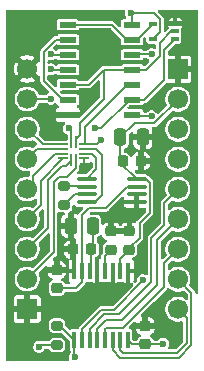
<source format=gbr>
%TF.GenerationSoftware,KiCad,Pcbnew,9.0.2*%
%TF.CreationDate,2025-07-02T23:55:56-04:00*%
%TF.ProjectId,strain-gauge,73747261-696e-42d6-9761-7567652e6b69,rev?*%
%TF.SameCoordinates,Original*%
%TF.FileFunction,Copper,L1,Top*%
%TF.FilePolarity,Positive*%
%FSLAX46Y46*%
G04 Gerber Fmt 4.6, Leading zero omitted, Abs format (unit mm)*
G04 Created by KiCad (PCBNEW 9.0.2) date 2025-07-02 23:55:56*
%MOMM*%
%LPD*%
G01*
G04 APERTURE LIST*
G04 Aperture macros list*
%AMRoundRect*
0 Rectangle with rounded corners*
0 $1 Rounding radius*
0 $2 $3 $4 $5 $6 $7 $8 $9 X,Y pos of 4 corners*
0 Add a 4 corners polygon primitive as box body*
4,1,4,$2,$3,$4,$5,$6,$7,$8,$9,$2,$3,0*
0 Add four circle primitives for the rounded corners*
1,1,$1+$1,$2,$3*
1,1,$1+$1,$4,$5*
1,1,$1+$1,$6,$7*
1,1,$1+$1,$8,$9*
0 Add four rect primitives between the rounded corners*
20,1,$1+$1,$2,$3,$4,$5,0*
20,1,$1+$1,$4,$5,$6,$7,0*
20,1,$1+$1,$6,$7,$8,$9,0*
20,1,$1+$1,$8,$9,$2,$3,0*%
G04 Aperture macros list end*
%TA.AperFunction,SMDPad,CuDef*%
%ADD10RoundRect,0.250000X-0.250000X-0.475000X0.250000X-0.475000X0.250000X0.475000X-0.250000X0.475000X0*%
%TD*%
%TA.AperFunction,SMDPad,CuDef*%
%ADD11RoundRect,0.100000X-0.712500X-0.100000X0.712500X-0.100000X0.712500X0.100000X-0.712500X0.100000X0*%
%TD*%
%TA.AperFunction,SMDPad,CuDef*%
%ADD12RoundRect,0.225000X-0.225000X-0.250000X0.225000X-0.250000X0.225000X0.250000X-0.225000X0.250000X0*%
%TD*%
%TA.AperFunction,SMDPad,CuDef*%
%ADD13R,0.355600X1.473200*%
%TD*%
%TA.AperFunction,SMDPad,CuDef*%
%ADD14RoundRect,0.225000X0.250000X-0.225000X0.250000X0.225000X-0.250000X0.225000X-0.250000X-0.225000X0*%
%TD*%
%TA.AperFunction,SMDPad,CuDef*%
%ADD15RoundRect,0.225000X-0.250000X0.225000X-0.250000X-0.225000X0.250000X-0.225000X0.250000X0.225000X0*%
%TD*%
%TA.AperFunction,ComponentPad*%
%ADD16R,1.700000X1.700000*%
%TD*%
%TA.AperFunction,ComponentPad*%
%ADD17C,1.700000*%
%TD*%
%TA.AperFunction,SMDPad,CuDef*%
%ADD18RoundRect,0.200000X-0.275000X0.200000X-0.275000X-0.200000X0.275000X-0.200000X0.275000X0.200000X0*%
%TD*%
%TA.AperFunction,SMDPad,CuDef*%
%ADD19RoundRect,0.050000X-0.050000X0.475000X-0.050000X-0.475000X0.050000X-0.475000X0.050000X0.475000X0*%
%TD*%
%TA.AperFunction,SMDPad,CuDef*%
%ADD20RoundRect,0.050000X-0.337500X0.050000X-0.337500X-0.050000X0.337500X-0.050000X0.337500X0.050000X0*%
%TD*%
%TA.AperFunction,SMDPad,CuDef*%
%ADD21RoundRect,0.100000X0.225000X0.100000X-0.225000X0.100000X-0.225000X-0.100000X0.225000X-0.100000X0*%
%TD*%
%TA.AperFunction,SMDPad,CuDef*%
%ADD22R,1.460500X0.558800*%
%TD*%
%TA.AperFunction,ViaPad*%
%ADD23C,0.600000*%
%TD*%
%TA.AperFunction,Conductor*%
%ADD24C,0.200000*%
%TD*%
G04 APERTURE END LIST*
D10*
%TO.P,C1,2*%
%TO.N,Net-(U1-REFCAP)*%
X91577056Y-100750000D03*
%TO.P,C1,1*%
%TO.N,GND*%
X89677056Y-100750000D03*
%TD*%
D11*
%TO.P,U5,1,-*%
%TO.N,/Amplifier/A_IN_N*%
X91025000Y-96800000D03*
%TO.P,U5,2,Rg*%
%TO.N,Net-(R1-Pad1)*%
X91025000Y-97450000D03*
%TO.P,U5,3,Rg*%
%TO.N,Net-(R1-Pad2)*%
X91025000Y-98100000D03*
%TO.P,U5,4,+*%
%TO.N,/Amplifier/A_IN_P*%
X91025000Y-98750000D03*
%TO.P,U5,5,Vs-*%
%TO.N,GND*%
X95250000Y-98750000D03*
%TO.P,U5,6,Ref*%
X95250000Y-98100000D03*
%TO.P,U5,7*%
%TO.N,/ADC/A_IN*%
X95250000Y-97450000D03*
%TO.P,U5,8,Vs+*%
%TO.N,+5V*%
X95250000Y-96800000D03*
%TD*%
D12*
%TO.P,C7,1*%
%TO.N,+5V*%
X94062500Y-95275000D03*
%TO.P,C7,2*%
%TO.N,GND*%
X95612500Y-95275000D03*
%TD*%
D13*
%TO.P,U1,1,DGND*%
%TO.N,GND*%
X94524999Y-104579000D03*
%TO.P,U1,2,AVDD*%
%TO.N,+5V*%
X93875001Y-104579000D03*
%TO.P,U1,3,AGND*%
%TO.N,GND*%
X93224999Y-104579000D03*
%TO.P,U1,4,REFIO*%
%TO.N,Net-(U1-REFIO)*%
X92575001Y-104579000D03*
%TO.P,U1,5,REFGND*%
%TO.N,GND*%
X91925002Y-104579000D03*
%TO.P,U1,6,REFCAP*%
%TO.N,Net-(U1-REFCAP)*%
X91275001Y-104579000D03*
%TO.P,U1,7,AIN_P*%
%TO.N,/ADC/A_IN*%
X90625002Y-104579000D03*
%TO.P,U1,8,AIN_GND*%
%TO.N,GND*%
X89975001Y-104579000D03*
%TO.P,U1,9,~{RST}*%
%TO.N,/ADC/~{RST}*%
X89975001Y-110421000D03*
%TO.P,U1,10,SDI*%
%TO.N,/ADC/SDI*%
X90624999Y-110421000D03*
%TO.P,U1,11,CONVST/~{CS}*%
%TO.N,/ADC/~{CS}*%
X91275001Y-110421000D03*
%TO.P,U1,12,SCLK*%
%TO.N,/ADC/SCLK*%
X91924999Y-110421000D03*
%TO.P,U1,13,SDO-0*%
%TO.N,/ADC/SDO-0*%
X92574998Y-110421000D03*
%TO.P,U1,14,ALARM/SDO-1/GPO*%
%TO.N,/ADC/SDO-1*%
X93224999Y-110421000D03*
%TO.P,U1,15,RVS*%
%TO.N,/ADC/RVS*%
X93874998Y-110421000D03*
%TO.P,U1,16,DVDD*%
%TO.N,+3.3V*%
X94524999Y-110421000D03*
%TD*%
D12*
%TO.P,C2,1*%
%TO.N,GND*%
X89852056Y-102750000D03*
%TO.P,C2,2*%
%TO.N,Net-(U1-REFCAP)*%
X91402056Y-102750000D03*
%TD*%
D14*
%TO.P,C4,1*%
%TO.N,+5V*%
X94652056Y-102775000D03*
%TO.P,C4,2*%
%TO.N,GND*%
X94652056Y-101225000D03*
%TD*%
D15*
%TO.P,C6,1*%
%TO.N,GND*%
X96000000Y-109225000D03*
%TO.P,C6,2*%
%TO.N,+3.3V*%
X96000000Y-110775000D03*
%TD*%
D16*
%TO.P,J2,1,Pin_1*%
%TO.N,GND*%
X98750000Y-87500000D03*
D17*
%TO.P,J2,2,Pin_2*%
%TO.N,+5V*%
X98750000Y-90040000D03*
%TO.P,J2,3,Pin_3*%
%TO.N,/ADC/~{RST}*%
X98750000Y-92580000D03*
%TO.P,J2,4,Pin_4*%
%TO.N,/ADC/SDI*%
X98750000Y-95120000D03*
%TO.P,J2,5,Pin_5*%
%TO.N,/ADC/~{CS}*%
X98750000Y-97660000D03*
%TO.P,J2,6,Pin_6*%
%TO.N,/ADC/SCLK*%
X98750000Y-100200000D03*
%TO.P,J2,7,Pin_7*%
%TO.N,/ADC/SDO-0*%
X98750000Y-102740000D03*
%TO.P,J2,8,Pin_8*%
%TO.N,/ADC/SDO-1*%
X98750000Y-105280000D03*
%TO.P,J2,9,Pin_9*%
%TO.N,/ADC/RVS*%
X98750000Y-107820000D03*
%TD*%
D18*
%TO.P,R2,1*%
%TO.N,/ADC/~{RST}*%
X88500000Y-109200000D03*
%TO.P,R2,2*%
%TO.N,+3.3V*%
X88500000Y-110850000D03*
%TD*%
D19*
%TO.P,U2,1,SEL0*%
%TO.N,/Counter/SEL0*%
X90107935Y-93700565D03*
%TO.P,U2,2,SEL1*%
%TO.N,/Counter/SEL1*%
X89707935Y-93700565D03*
D20*
%TO.P,U2,3,S1B*%
%TO.N,/Multiplexer/A_IN_P2*%
X89020435Y-93850565D03*
%TO.P,U2,4,S2B*%
%TO.N,/Multiplexer/A_IN_N2*%
X89020435Y-94250565D03*
%TO.P,U2,5,S1C*%
%TO.N,/Multiplexer/A_IN_P3*%
X89020435Y-94650565D03*
%TO.P,U2,6,S2C*%
%TO.N,/Multiplexer/A_IN_N3*%
X89020435Y-95050565D03*
D19*
%TO.P,U2,7,S1A*%
%TO.N,/Multiplexer/A_IN_P1*%
X89707935Y-95200565D03*
%TO.P,U2,8,S2A*%
%TO.N,/Multiplexer/A_IN_N1*%
X90107935Y-95200565D03*
D20*
%TO.P,U2,9,GND*%
%TO.N,GND*%
X90795435Y-95050565D03*
%TO.P,U2,10,D2*%
%TO.N,/Amplifier/A_IN_N*%
X90795435Y-94650565D03*
%TO.P,U2,11,D1*%
%TO.N,/Amplifier/A_IN_P*%
X90795435Y-94250565D03*
%TO.P,U2,12,VDD*%
%TO.N,+3.3V*%
X90795435Y-93850565D03*
%TD*%
D21*
%TO.P,U4,1*%
%TO.N,/Counter/SEL1*%
X98510000Y-84950000D03*
%TO.P,U4,2*%
%TO.N,/Counter/SEL0*%
X98510000Y-84300000D03*
%TO.P,U4,3,GND*%
%TO.N,GND*%
X98510000Y-83650000D03*
%TO.P,U4,4*%
%TO.N,Net-(U3-~{1CLR})*%
X96610000Y-83650000D03*
%TO.P,U4,5,VCC*%
%TO.N,+3.3V*%
X96610000Y-84950000D03*
%TD*%
D14*
%TO.P,C3,1*%
%TO.N,Net-(U1-REFIO)*%
X93102056Y-102775000D03*
%TO.P,C3,2*%
%TO.N,GND*%
X93102056Y-101225000D03*
%TD*%
%TO.P,C5,1*%
%TO.N,/ADC/A_IN*%
X88500000Y-106025000D03*
%TO.P,C5,2*%
%TO.N,GND*%
X88500000Y-104475000D03*
%TD*%
D22*
%TO.P,U3,1,~{1CLR}*%
%TO.N,Net-(U3-~{1CLR})*%
X89435850Y-83730000D03*
%TO.P,U3,2,1D*%
%TO.N,Net-(U3-1D)*%
X89435850Y-85000000D03*
%TO.P,U3,3,~{1CLK}*%
%TO.N,/ADC/~{CS}*%
X89435850Y-86270000D03*
%TO.P,U3,4,~{1PRE}*%
%TO.N,+3.3V*%
X89435850Y-87540000D03*
%TO.P,U3,5,1Q*%
%TO.N,/Counter/SEL0*%
X89435850Y-88810000D03*
%TO.P,U3,6,~{1Q}*%
%TO.N,Net-(U3-1D)*%
X89435850Y-90080000D03*
%TO.P,U3,7,GND*%
%TO.N,GND*%
X89435850Y-91350000D03*
%TO.P,U3,8,~{2Q}*%
%TO.N,Net-(U3-2D)*%
X94884150Y-91350000D03*
%TO.P,U3,9,2Q*%
%TO.N,/Counter/SEL1*%
X94884150Y-90080000D03*
%TO.P,U3,10,~{2PRE}*%
%TO.N,+3.3V*%
X94884150Y-88810000D03*
%TO.P,U3,11,~{2CLK}*%
%TO.N,/Counter/SEL0*%
X94884150Y-87540000D03*
%TO.P,U3,12,2D*%
%TO.N,Net-(U3-2D)*%
X94884150Y-86270000D03*
%TO.P,U3,13,~{2CLR}*%
%TO.N,Net-(U3-~{1CLR})*%
X94884150Y-85000000D03*
%TO.P,U3,14,VCC*%
%TO.N,+3.3V*%
X94884150Y-83730000D03*
%TD*%
D18*
%TO.P,R1,1*%
%TO.N,Net-(R1-Pad1)*%
X89148559Y-97346649D03*
%TO.P,R1,2*%
%TO.N,Net-(R1-Pad2)*%
X89148559Y-98996649D03*
%TD*%
D16*
%TO.P,J1,1,Pin_1*%
%TO.N,GND*%
X86000000Y-107800000D03*
D17*
%TO.P,J1,2,Pin_2*%
%TO.N,/Multiplexer/A_IN_N1*%
X86000000Y-105260000D03*
%TO.P,J1,3,Pin_3*%
%TO.N,/Multiplexer/A_IN_P1*%
X86000000Y-102720000D03*
%TO.P,J1,4,Pin_4*%
%TO.N,/Multiplexer/A_IN_N3*%
X86000000Y-100180000D03*
%TO.P,J1,5,Pin_5*%
%TO.N,/Multiplexer/A_IN_P3*%
X86000000Y-97640000D03*
%TO.P,J1,6,Pin_6*%
%TO.N,/Multiplexer/A_IN_N2*%
X86000000Y-95100000D03*
%TO.P,J1,7,Pin_7*%
%TO.N,/Multiplexer/A_IN_P2*%
X86000000Y-92560000D03*
%TO.P,J1,8,Pin_8*%
%TO.N,+3.3V*%
X86000000Y-90020000D03*
%TO.P,J1,9,Pin_9*%
%TO.N,GND*%
X86000000Y-87480000D03*
%TD*%
D10*
%TO.P,C8,1*%
%TO.N,+5V*%
X93887500Y-93275000D03*
%TO.P,C8,2*%
%TO.N,GND*%
X95787500Y-93275000D03*
%TD*%
D23*
%TO.N,GND*%
X96750000Y-95500000D03*
X95750000Y-104000000D03*
X95000000Y-100000000D03*
X100000000Y-84500000D03*
X90988235Y-95988235D03*
X96500000Y-108000000D03*
%TO.N,+3.3V*%
X92250000Y-93500000D03*
X88000000Y-90000000D03*
X87000000Y-111000000D03*
X88000000Y-87500000D03*
X97500000Y-110750000D03*
X94750000Y-82750000D03*
%TO.N,/ADC/SDI*%
X95775735Y-105375735D03*
%TO.N,/ADC/~{CS}*%
X88000000Y-86250000D03*
%TO.N,/ADC/~{RST}*%
X90000000Y-111900000D03*
%TO.N,/Counter/SEL1*%
X91750000Y-92500000D03*
X89500000Y-92500000D03*
%TO.N,Net-(U3-2D)*%
X96520000Y-91480000D03*
X96520000Y-86230000D03*
%TD*%
D24*
%TO.N,/ADC/~{CS}*%
X91275001Y-110421000D02*
X91275001Y-109484400D01*
X96500000Y-101775760D02*
X97599000Y-100676760D01*
X91275001Y-109484400D02*
X92509401Y-108250000D01*
X92509401Y-108250000D02*
X93750000Y-108250000D01*
X93750000Y-108250000D02*
X96500000Y-105500000D01*
X96500000Y-105500000D02*
X96500000Y-101775760D01*
X97599000Y-100676760D02*
X97599000Y-98811000D01*
X97599000Y-98811000D02*
X98750000Y-97660000D01*
%TO.N,/Counter/SEL1*%
X89707935Y-93700565D02*
X89707935Y-92707935D01*
X89707935Y-92707935D02*
X89500000Y-92500000D01*
%TO.N,GND*%
X92026002Y-105616600D02*
X91925002Y-105515600D01*
X95250000Y-98100000D02*
X95250000Y-98750000D01*
X91925002Y-105515600D02*
X91925002Y-104579000D01*
X90795435Y-95050565D02*
X90795435Y-95795435D01*
X90795435Y-95795435D02*
X90988235Y-95988235D01*
X93053801Y-105616600D02*
X92026002Y-105616600D01*
X93224999Y-105445402D02*
X93053801Y-105616600D01*
X93224999Y-104579000D02*
X93224999Y-105445402D01*
%TO.N,Net-(U1-REFCAP)*%
X91402056Y-102750000D02*
X91402056Y-104451945D01*
X91577056Y-102575000D02*
X91402056Y-102750000D01*
X91402056Y-104451945D02*
X91275001Y-104579000D01*
X91577056Y-100750000D02*
X91577056Y-102575000D01*
%TO.N,Net-(U1-REFIO)*%
X93102056Y-102775000D02*
X92575001Y-103302055D01*
X92575001Y-103302055D02*
X92575001Y-104579000D01*
%TO.N,+5V*%
X95500000Y-100500000D02*
X95500000Y-101750000D01*
X94652056Y-102597944D02*
X94652056Y-102775000D01*
X96768943Y-92081000D02*
X98750000Y-90099943D01*
X94652056Y-102775000D02*
X93875001Y-103552055D01*
X95250000Y-96800000D02*
X93887500Y-95437500D01*
X98750000Y-90099943D02*
X98750000Y-90040000D01*
X93887500Y-93275000D02*
X95081500Y-92081000D01*
X93887500Y-95437500D02*
X93887500Y-93275000D01*
X95081500Y-92081000D02*
X96768943Y-92081000D01*
X93875001Y-103552055D02*
X93875001Y-104579000D01*
X95500000Y-100500000D02*
X96363500Y-99636500D01*
X95500000Y-101750000D02*
X94652056Y-102597944D01*
X96363500Y-99636500D02*
X96363500Y-97101001D01*
X96062499Y-96800000D02*
X95250000Y-96800000D01*
X96363500Y-97101001D02*
X96062499Y-96800000D01*
%TO.N,/ADC/A_IN*%
X91249000Y-99251000D02*
X92636501Y-99251000D01*
X94437501Y-97450000D02*
X95250000Y-97450000D01*
X90625002Y-105515600D02*
X90625002Y-104579000D01*
X90625002Y-104579000D02*
X90625002Y-99874998D01*
X90625002Y-99874998D02*
X91249000Y-99251000D01*
X90115602Y-106025000D02*
X90625002Y-105515600D01*
X88500000Y-106025000D02*
X90115602Y-106025000D01*
X92636501Y-99251000D02*
X94437501Y-97450000D01*
%TO.N,+3.3V*%
X86000000Y-90020000D02*
X87980000Y-90020000D01*
X90895435Y-93750565D02*
X90895435Y-92354565D01*
X90795435Y-93850565D02*
X91899435Y-93850565D01*
X89435850Y-87540000D02*
X88040000Y-87540000D01*
X96000000Y-110775000D02*
X97475000Y-110775000D01*
X94440000Y-88810000D02*
X94884150Y-88810000D01*
X97236000Y-83236000D02*
X96750000Y-82750000D01*
X96000000Y-110775000D02*
X94878999Y-110775000D01*
X94884150Y-83730000D02*
X94884150Y-82884150D01*
X96750000Y-82750000D02*
X94750000Y-82750000D01*
X87980000Y-90020000D02*
X88000000Y-90000000D01*
X94878999Y-110775000D02*
X94524999Y-110421000D01*
X88040000Y-87540000D02*
X88000000Y-87500000D01*
X90895435Y-92354565D02*
X94440000Y-88810000D01*
X97236000Y-84324000D02*
X97236000Y-83236000D01*
X87150000Y-110850000D02*
X87000000Y-111000000D01*
X90795435Y-93850565D02*
X90895435Y-93750565D01*
X91899435Y-93850565D02*
X92250000Y-93500000D01*
X94884150Y-82884150D02*
X94750000Y-82750000D01*
X96610000Y-84950000D02*
X97236000Y-84324000D01*
X88500000Y-110850000D02*
X87150000Y-110850000D01*
X97475000Y-110775000D02*
X97500000Y-110750000D01*
%TO.N,Net-(R1-Pad1)*%
X89148559Y-97346649D02*
X90921649Y-97346649D01*
X90921649Y-97346649D02*
X91025000Y-97450000D01*
%TO.N,Net-(R1-Pad2)*%
X89148559Y-98996649D02*
X90045208Y-98100000D01*
X90045208Y-98100000D02*
X91025000Y-98100000D01*
%TO.N,/ADC/SDI*%
X92260399Y-107849000D02*
X93302470Y-107849000D01*
X93302470Y-107849000D02*
X95775735Y-105375735D01*
X90624999Y-110421000D02*
X90624999Y-109484400D01*
X90624999Y-109484400D02*
X92260399Y-107849000D01*
%TO.N,/ADC/~{CS}*%
X89435850Y-86270000D02*
X88020000Y-86270000D01*
X88020000Y-86270000D02*
X88000000Y-86250000D01*
%TO.N,/ADC/SDO-1*%
X99901000Y-110849000D02*
X99901000Y-106431000D01*
X98823000Y-111927000D02*
X99901000Y-110849000D01*
X99901000Y-106431000D02*
X98750000Y-105280000D01*
X93864598Y-111927000D02*
X98823000Y-111927000D01*
X93224999Y-110421000D02*
X93224999Y-111287401D01*
X93224999Y-111287401D02*
X93864598Y-111927000D01*
%TO.N,/ADC/~{RST}*%
X88754001Y-109200000D02*
X89975001Y-110421000D01*
X88500000Y-109200000D02*
X88754001Y-109200000D01*
X89975001Y-111875001D02*
X90000000Y-111900000D01*
X89975001Y-110421000D02*
X89975001Y-111875001D01*
%TO.N,/ADC/RVS*%
X99500000Y-108570000D02*
X98750000Y-107820000D01*
X93874998Y-110421000D02*
X93874998Y-111287399D01*
X94113599Y-111526000D02*
X98656900Y-111526000D01*
X93874998Y-111287399D02*
X94113599Y-111526000D01*
X98656900Y-111526000D02*
X99500000Y-110682900D01*
X99500000Y-110682900D02*
X99500000Y-108570000D01*
%TO.N,/ADC/SDO-0*%
X92675998Y-109383400D02*
X94116600Y-109383400D01*
X92574998Y-109484400D02*
X92675998Y-109383400D01*
X92574998Y-110421000D02*
X92574998Y-109484400D01*
X94116600Y-109383400D02*
X97599000Y-105901000D01*
X97599000Y-103891000D02*
X98750000Y-102740000D01*
X97599000Y-105901000D02*
X97599000Y-103891000D01*
%TO.N,/ADC/SCLK*%
X94000000Y-108750000D02*
X97000000Y-105750000D01*
X91924999Y-110421000D02*
X91924999Y-109484400D01*
X97000000Y-105750000D02*
X97000000Y-101950000D01*
X97000000Y-101950000D02*
X98750000Y-100200000D01*
X92659399Y-108750000D02*
X94000000Y-108750000D01*
X91924999Y-109484400D02*
X92659399Y-108750000D01*
%TO.N,/Multiplexer/A_IN_P1*%
X86000000Y-102720000D02*
X87750000Y-100970000D01*
X89262224Y-95694050D02*
X89706935Y-95249339D01*
X87750000Y-100970000D02*
X87750000Y-96888100D01*
X88944050Y-95694050D02*
X89262224Y-95694050D01*
X87750000Y-96888100D02*
X88944050Y-95694050D01*
X89707935Y-95200565D02*
X89707935Y-95292065D01*
%TO.N,/Multiplexer/A_IN_N1*%
X89354351Y-96645649D02*
X88660495Y-96645649D01*
X90107935Y-95892065D02*
X89354351Y-96645649D01*
X88250000Y-97056144D02*
X88250000Y-103010000D01*
X88250000Y-103010000D02*
X86000000Y-105260000D01*
X90107935Y-95200565D02*
X90107935Y-95892065D01*
X88660495Y-96645649D02*
X88250000Y-97056144D01*
%TO.N,/Amplifier/A_IN_N*%
X91837500Y-95025000D02*
X91837500Y-95987500D01*
X91837500Y-95987500D02*
X91025000Y-96800000D01*
X91463065Y-94650565D02*
X91837500Y-95025000D01*
X90795435Y-94650565D02*
X91463065Y-94650565D01*
%TO.N,/Multiplexer/A_IN_N3*%
X89020435Y-95050565D02*
X87151000Y-96920000D01*
X87151000Y-96920000D02*
X87151000Y-99029000D01*
X87151000Y-99029000D02*
X86000000Y-100180000D01*
%TO.N,/Multiplexer/A_IN_P3*%
X89020435Y-94650565D02*
X88349435Y-94650565D01*
X86500000Y-97140000D02*
X86000000Y-97640000D01*
X86500000Y-96500000D02*
X86500000Y-97140000D01*
X88349435Y-94650565D02*
X86500000Y-96500000D01*
%TO.N,/Amplifier/A_IN_P*%
X92337500Y-98169870D02*
X91757370Y-98750000D01*
X90795435Y-94250565D02*
X91813065Y-94250565D01*
X92337500Y-94775000D02*
X92337500Y-98169870D01*
X91813065Y-94250565D02*
X92337500Y-94775000D01*
X91757370Y-98750000D02*
X91025000Y-98750000D01*
%TO.N,/Multiplexer/A_IN_P2*%
X87290565Y-93850565D02*
X86000000Y-92560000D01*
X89020435Y-93850565D02*
X87290565Y-93850565D01*
%TO.N,/Counter/SEL1*%
X94670000Y-90080000D02*
X94884150Y-90080000D01*
X91750000Y-92500000D02*
X92250000Y-92500000D01*
X92250000Y-92500000D02*
X94670000Y-90080000D01*
%TO.N,/Multiplexer/A_IN_N2*%
X86849435Y-94250565D02*
X86000000Y-95100000D01*
X89020435Y-94250565D02*
X86849435Y-94250565D01*
%TO.N,/Counter/SEL0*%
X90107935Y-93392065D02*
X90467100Y-93032900D01*
X91190000Y-88810000D02*
X89435850Y-88810000D01*
X92460000Y-87540000D02*
X91190000Y-88810000D01*
X94884150Y-87540000D02*
X92460000Y-87540000D01*
X97198000Y-86401943D02*
X96059943Y-87540000D01*
X90467100Y-92019550D02*
X92460000Y-90026650D01*
X98185001Y-84300000D02*
X97198000Y-85287001D01*
X98510000Y-84300000D02*
X98185001Y-84300000D01*
X90107935Y-93700565D02*
X90107935Y-93392065D01*
X92460000Y-90026650D02*
X92460000Y-87540000D01*
X97198000Y-85287001D02*
X97198000Y-86401943D01*
X96059943Y-87540000D02*
X94884150Y-87540000D01*
X90467100Y-93032900D02*
X90467100Y-92019550D01*
%TO.N,Net-(U3-1D)*%
X88985000Y-90080000D02*
X87399000Y-88494000D01*
X88400057Y-85000000D02*
X89435850Y-85000000D01*
X89435850Y-90080000D02*
X88985000Y-90080000D01*
X87399000Y-88494000D02*
X87399000Y-86001057D01*
X87399000Y-86001057D02*
X88400057Y-85000000D01*
%TO.N,Net-(U3-2D)*%
X96500000Y-86250000D02*
X96520000Y-86230000D01*
X96520000Y-91480000D02*
X95014150Y-91480000D01*
X94744150Y-86250000D02*
X96500000Y-86250000D01*
X95014150Y-91480000D02*
X94884150Y-91350000D01*
%TO.N,Net-(U3-~{1CLR})*%
X94884150Y-85000000D02*
X95260000Y-85000000D01*
X95260000Y-85000000D02*
X96610000Y-83650000D01*
X94884150Y-85000000D02*
X94433300Y-85000000D01*
X93163300Y-83730000D02*
X89435850Y-83730000D01*
X94433300Y-85000000D02*
X93163300Y-83730000D01*
%TO.N,/Counter/SEL1*%
X98510000Y-84950000D02*
X97599000Y-85861000D01*
X97599000Y-88401000D02*
X95920000Y-90080000D01*
X97599000Y-85861000D02*
X97599000Y-88401000D01*
X95920000Y-90080000D02*
X94884150Y-90080000D01*
%TD*%
%TA.AperFunction,Conductor*%
%TO.N,GND*%
G36*
X94217534Y-82470185D02*
G01*
X94263289Y-82522989D01*
X94273233Y-82592147D01*
X94270270Y-82606593D01*
X94249500Y-82684108D01*
X94249500Y-82815891D01*
X94283608Y-82943187D01*
X94315961Y-82999224D01*
X94349500Y-83057314D01*
X94349501Y-83057315D01*
X94353418Y-83064099D01*
X94369891Y-83132000D01*
X94347039Y-83198027D01*
X94292118Y-83241217D01*
X94246031Y-83250100D01*
X94134147Y-83250100D01*
X94075670Y-83261731D01*
X94075669Y-83261732D01*
X94009347Y-83306047D01*
X93965032Y-83372369D01*
X93965031Y-83372370D01*
X93953400Y-83430847D01*
X93953400Y-83795767D01*
X93933715Y-83862806D01*
X93880911Y-83908561D01*
X93811753Y-83918505D01*
X93748197Y-83889480D01*
X93741719Y-83883448D01*
X93347813Y-83489542D01*
X93347807Y-83489537D01*
X93331303Y-83480009D01*
X93279291Y-83449980D01*
X93279290Y-83449979D01*
X93253813Y-83443152D01*
X93202862Y-83429500D01*
X93202860Y-83429500D01*
X90459420Y-83429500D01*
X90392381Y-83409815D01*
X90356318Y-83374391D01*
X90310652Y-83306047D01*
X90244330Y-83261732D01*
X90244329Y-83261731D01*
X90185852Y-83250100D01*
X90185848Y-83250100D01*
X88685852Y-83250100D01*
X88685847Y-83250100D01*
X88627370Y-83261731D01*
X88627369Y-83261732D01*
X88561047Y-83306047D01*
X88516732Y-83372369D01*
X88516731Y-83372370D01*
X88505100Y-83430847D01*
X88505100Y-84029152D01*
X88516731Y-84087629D01*
X88516732Y-84087630D01*
X88561047Y-84153952D01*
X88627369Y-84198267D01*
X88627370Y-84198268D01*
X88685847Y-84209899D01*
X88685850Y-84209900D01*
X88685852Y-84209900D01*
X90185850Y-84209900D01*
X90185851Y-84209899D01*
X90200668Y-84206952D01*
X90244329Y-84198268D01*
X90244329Y-84198267D01*
X90244331Y-84198267D01*
X90310652Y-84153952D01*
X90354967Y-84087631D01*
X90354967Y-84087630D01*
X90356318Y-84085609D01*
X90409930Y-84040804D01*
X90459420Y-84030500D01*
X92987467Y-84030500D01*
X93054506Y-84050185D01*
X93075148Y-84066819D01*
X93917081Y-84908752D01*
X93950566Y-84970075D01*
X93953400Y-84996433D01*
X93953400Y-85299152D01*
X93965031Y-85357629D01*
X93965032Y-85357630D01*
X94009347Y-85423952D01*
X94075669Y-85468267D01*
X94075670Y-85468268D01*
X94134147Y-85479899D01*
X94134150Y-85479900D01*
X94134152Y-85479900D01*
X95634150Y-85479900D01*
X95634151Y-85479899D01*
X95661301Y-85474499D01*
X95692629Y-85468268D01*
X95692629Y-85468267D01*
X95692631Y-85468267D01*
X95758952Y-85423952D01*
X95803267Y-85357631D01*
X95803267Y-85357629D01*
X95803268Y-85357629D01*
X95814899Y-85299152D01*
X95814900Y-85299150D01*
X95814900Y-84921432D01*
X95823544Y-84891991D01*
X95830068Y-84862005D01*
X95833822Y-84856989D01*
X95834585Y-84854393D01*
X95851215Y-84833755D01*
X95872821Y-84812149D01*
X95934142Y-84778666D01*
X96003834Y-84783650D01*
X96059767Y-84825522D01*
X96084184Y-84890986D01*
X96084500Y-84899831D01*
X96084500Y-85094856D01*
X96084502Y-85094882D01*
X96087413Y-85119987D01*
X96087415Y-85119991D01*
X96132793Y-85222764D01*
X96132794Y-85222765D01*
X96212235Y-85302206D01*
X96315009Y-85347585D01*
X96340135Y-85350500D01*
X96773500Y-85350499D01*
X96840539Y-85370183D01*
X96886294Y-85422987D01*
X96897500Y-85474499D01*
X96897500Y-85655247D01*
X96877815Y-85722286D01*
X96825011Y-85768041D01*
X96755853Y-85777985D01*
X96721026Y-85765931D01*
X96720700Y-85766720D01*
X96713188Y-85763609D01*
X96713187Y-85763608D01*
X96713186Y-85763608D01*
X96585892Y-85729500D01*
X96454108Y-85729500D01*
X96326812Y-85763608D01*
X96212686Y-85829500D01*
X96212683Y-85829502D01*
X96129005Y-85913181D01*
X96102077Y-85927884D01*
X96076259Y-85944477D01*
X96070058Y-85945368D01*
X96067682Y-85946666D01*
X96041324Y-85949500D01*
X95894357Y-85949500D01*
X95827318Y-85929815D01*
X95791255Y-85894392D01*
X95778024Y-85874591D01*
X95758952Y-85846048D01*
X95692631Y-85801733D01*
X95692630Y-85801732D01*
X95692629Y-85801731D01*
X95634152Y-85790100D01*
X95634148Y-85790100D01*
X94134152Y-85790100D01*
X94134147Y-85790100D01*
X94075670Y-85801731D01*
X94075669Y-85801732D01*
X94009347Y-85846047D01*
X93965032Y-85912369D01*
X93965031Y-85912370D01*
X93953400Y-85970847D01*
X93953400Y-86569152D01*
X93965031Y-86627629D01*
X93965032Y-86627630D01*
X94009347Y-86693952D01*
X94075669Y-86738267D01*
X94075670Y-86738268D01*
X94134147Y-86749899D01*
X94134150Y-86749900D01*
X94134152Y-86749900D01*
X95634150Y-86749900D01*
X95634151Y-86749899D01*
X95648968Y-86746952D01*
X95692629Y-86738268D01*
X95692629Y-86738267D01*
X95692631Y-86738267D01*
X95758952Y-86693952D01*
X95803267Y-86627631D01*
X95803268Y-86627625D01*
X95803509Y-86627046D01*
X95804381Y-86625962D01*
X95810052Y-86617477D01*
X95810811Y-86617984D01*
X95816052Y-86611480D01*
X95824357Y-86593297D01*
X95837527Y-86584832D01*
X95847351Y-86572643D01*
X95866318Y-86566330D01*
X95883135Y-86555523D01*
X95910697Y-86551560D01*
X95913645Y-86550579D01*
X95918070Y-86550500D01*
X96081324Y-86550500D01*
X96148363Y-86570185D01*
X96169005Y-86586819D01*
X96212686Y-86630500D01*
X96254141Y-86654434D01*
X96283080Y-86671142D01*
X96331296Y-86721709D01*
X96344519Y-86790316D01*
X96318551Y-86855181D01*
X96308761Y-86866210D01*
X95985944Y-87189027D01*
X95924621Y-87222512D01*
X95854929Y-87217528D01*
X95798996Y-87175656D01*
X95795161Y-87170237D01*
X95758952Y-87116047D01*
X95692630Y-87071732D01*
X95692629Y-87071731D01*
X95634152Y-87060100D01*
X95634148Y-87060100D01*
X94134152Y-87060100D01*
X94134147Y-87060100D01*
X94075670Y-87071731D01*
X94075669Y-87071732D01*
X94009347Y-87116047D01*
X93963682Y-87184391D01*
X93910070Y-87229196D01*
X93860580Y-87239500D01*
X92499562Y-87239500D01*
X92420438Y-87239500D01*
X92382224Y-87249739D01*
X92344009Y-87259979D01*
X92344004Y-87259982D01*
X92275495Y-87299535D01*
X92275487Y-87299541D01*
X91101848Y-88473181D01*
X91040525Y-88506666D01*
X91014167Y-88509500D01*
X90459420Y-88509500D01*
X90392381Y-88489815D01*
X90356318Y-88454391D01*
X90310652Y-88386047D01*
X90244330Y-88341732D01*
X90244329Y-88341731D01*
X90185852Y-88330100D01*
X90185848Y-88330100D01*
X88685852Y-88330100D01*
X88685847Y-88330100D01*
X88627370Y-88341731D01*
X88627369Y-88341732D01*
X88561047Y-88386047D01*
X88516732Y-88452369D01*
X88516731Y-88452370D01*
X88505100Y-88510847D01*
X88505100Y-88875767D01*
X88485415Y-88942806D01*
X88432611Y-88988561D01*
X88363453Y-88998505D01*
X88299897Y-88969480D01*
X88293419Y-88963448D01*
X87735819Y-88405848D01*
X87721115Y-88378920D01*
X87704523Y-88353102D01*
X87703631Y-88346901D01*
X87702334Y-88344525D01*
X87699500Y-88318167D01*
X87699500Y-88099236D01*
X87719185Y-88032197D01*
X87771989Y-87986442D01*
X87841147Y-87976498D01*
X87855571Y-87979456D01*
X87934108Y-88000500D01*
X87934111Y-88000500D01*
X88065890Y-88000500D01*
X88065892Y-88000500D01*
X88193186Y-87966392D01*
X88307314Y-87900500D01*
X88327162Y-87880651D01*
X88388481Y-87847168D01*
X88458172Y-87852151D01*
X88514107Y-87894022D01*
X88517943Y-87899442D01*
X88561048Y-87963952D01*
X88627369Y-88008267D01*
X88627370Y-88008268D01*
X88685847Y-88019899D01*
X88685850Y-88019900D01*
X88685852Y-88019900D01*
X90185850Y-88019900D01*
X90185851Y-88019899D01*
X90200668Y-88016952D01*
X90244329Y-88008268D01*
X90244329Y-88008267D01*
X90244331Y-88008267D01*
X90310652Y-87963952D01*
X90354967Y-87897631D01*
X90354967Y-87897629D01*
X90354968Y-87897629D01*
X90366599Y-87839152D01*
X90366600Y-87839150D01*
X90366600Y-87240849D01*
X90366599Y-87240847D01*
X90354968Y-87182370D01*
X90354967Y-87182369D01*
X90310652Y-87116047D01*
X90244330Y-87071732D01*
X90244329Y-87071731D01*
X90185852Y-87060100D01*
X90185848Y-87060100D01*
X88685852Y-87060100D01*
X88685847Y-87060100D01*
X88627370Y-87071731D01*
X88627369Y-87071732D01*
X88561047Y-87116047D01*
X88549986Y-87132602D01*
X88496372Y-87177406D01*
X88427047Y-87186112D01*
X88364020Y-87155956D01*
X88359204Y-87151390D01*
X88307316Y-87099502D01*
X88307314Y-87099500D01*
X88250250Y-87066554D01*
X88193187Y-87033608D01*
X88085903Y-87004862D01*
X88065892Y-86999500D01*
X87934108Y-86999500D01*
X87855592Y-87020537D01*
X87830598Y-87019942D01*
X87805853Y-87023501D01*
X87796272Y-87019125D01*
X87785743Y-87018875D01*
X87765039Y-87004862D01*
X87742297Y-86994476D01*
X87736602Y-86985614D01*
X87727881Y-86979712D01*
X87718039Y-86956731D01*
X87704523Y-86935698D01*
X87702243Y-86919842D01*
X87700377Y-86915484D01*
X87699500Y-86900763D01*
X87699500Y-86849236D01*
X87719185Y-86782197D01*
X87771989Y-86736442D01*
X87841147Y-86726498D01*
X87855571Y-86729456D01*
X87934108Y-86750500D01*
X87934111Y-86750500D01*
X88065890Y-86750500D01*
X88065892Y-86750500D01*
X88193186Y-86716392D01*
X88307314Y-86650500D01*
X88335173Y-86622640D01*
X88396492Y-86589157D01*
X88466184Y-86594141D01*
X88522118Y-86636011D01*
X88525954Y-86641431D01*
X88561048Y-86693952D01*
X88627369Y-86738267D01*
X88627370Y-86738268D01*
X88685847Y-86749899D01*
X88685850Y-86749900D01*
X88685852Y-86749900D01*
X90185850Y-86749900D01*
X90185851Y-86749899D01*
X90200668Y-86746952D01*
X90244329Y-86738268D01*
X90244329Y-86738267D01*
X90244331Y-86738267D01*
X90310652Y-86693952D01*
X90354967Y-86627631D01*
X90354967Y-86627629D01*
X90354968Y-86627629D01*
X90363652Y-86583968D01*
X90366600Y-86569148D01*
X90366600Y-85970852D01*
X90366600Y-85970849D01*
X90366599Y-85970847D01*
X90354968Y-85912370D01*
X90354967Y-85912369D01*
X90310652Y-85846047D01*
X90244330Y-85801732D01*
X90244329Y-85801731D01*
X90185852Y-85790100D01*
X90185848Y-85790100D01*
X88685852Y-85790100D01*
X88685847Y-85790100D01*
X88627370Y-85801731D01*
X88627369Y-85801732D01*
X88561047Y-85846047D01*
X88541975Y-85874591D01*
X88488362Y-85919395D01*
X88419036Y-85928101D01*
X88364810Y-85905149D01*
X88357574Y-85899760D01*
X88307314Y-85849500D01*
X88230663Y-85805245D01*
X88224855Y-85800920D01*
X88208023Y-85778551D01*
X88188703Y-85758288D01*
X88187300Y-85751011D01*
X88182845Y-85745090D01*
X88180778Y-85717168D01*
X88175481Y-85689680D01*
X88178234Y-85682801D01*
X88177688Y-85675411D01*
X88191043Y-85650808D01*
X88201449Y-85624816D01*
X88210982Y-85614075D01*
X88211019Y-85614007D01*
X88211023Y-85614003D01*
X88211068Y-85613978D01*
X88211229Y-85613797D01*
X88393380Y-85431647D01*
X88454703Y-85398162D01*
X88524395Y-85403146D01*
X88549486Y-85419271D01*
X88550893Y-85417167D01*
X88627369Y-85468267D01*
X88627370Y-85468268D01*
X88685847Y-85479899D01*
X88685850Y-85479900D01*
X88685852Y-85479900D01*
X90185850Y-85479900D01*
X90185851Y-85479899D01*
X90213001Y-85474499D01*
X90244329Y-85468268D01*
X90244329Y-85468267D01*
X90244331Y-85468267D01*
X90310652Y-85423952D01*
X90354967Y-85357631D01*
X90354967Y-85357629D01*
X90354968Y-85357629D01*
X90366599Y-85299152D01*
X90366600Y-85299150D01*
X90366600Y-84700849D01*
X90366599Y-84700847D01*
X90354968Y-84642370D01*
X90354967Y-84642369D01*
X90310652Y-84576047D01*
X90244330Y-84531732D01*
X90244329Y-84531731D01*
X90185852Y-84520100D01*
X90185848Y-84520100D01*
X88685852Y-84520100D01*
X88685847Y-84520100D01*
X88627370Y-84531731D01*
X88627369Y-84531732D01*
X88561047Y-84576047D01*
X88515382Y-84644391D01*
X88461770Y-84689196D01*
X88412280Y-84699500D01*
X88360495Y-84699500D01*
X88322281Y-84709739D01*
X88284066Y-84719979D01*
X88284061Y-84719982D01*
X88215552Y-84759535D01*
X88215544Y-84759541D01*
X87158541Y-85816544D01*
X87158535Y-85816552D01*
X87118982Y-85885061D01*
X87118979Y-85885066D01*
X87098500Y-85961496D01*
X87098500Y-86737272D01*
X87078815Y-86804311D01*
X87026011Y-86850066D01*
X86974355Y-86859196D01*
X86482962Y-87350589D01*
X86465925Y-87287007D01*
X86400099Y-87172993D01*
X86307007Y-87079901D01*
X86192993Y-87014075D01*
X86129409Y-86997037D01*
X86618533Y-86507913D01*
X86602730Y-86496431D01*
X86441447Y-86414252D01*
X86441444Y-86414251D01*
X86269293Y-86358317D01*
X86090506Y-86330000D01*
X85909494Y-86330000D01*
X85730706Y-86358317D01*
X85558555Y-86414251D01*
X85558547Y-86414254D01*
X85397269Y-86496432D01*
X85381466Y-86507912D01*
X85381466Y-86507913D01*
X85870591Y-86997037D01*
X85807007Y-87014075D01*
X85692993Y-87079901D01*
X85599901Y-87172993D01*
X85534075Y-87287007D01*
X85517037Y-87350590D01*
X85027913Y-86861466D01*
X85027912Y-86861466D01*
X85016432Y-86877269D01*
X84934254Y-87038547D01*
X84934251Y-87038555D01*
X84878317Y-87210706D01*
X84850000Y-87389493D01*
X84850000Y-87570506D01*
X84878317Y-87749293D01*
X84934251Y-87921444D01*
X84934252Y-87921447D01*
X85016431Y-88082730D01*
X85027913Y-88098532D01*
X85027913Y-88098533D01*
X85517037Y-87609409D01*
X85534075Y-87672993D01*
X85599901Y-87787007D01*
X85692993Y-87880099D01*
X85807007Y-87945925D01*
X85870590Y-87962962D01*
X85381466Y-88452085D01*
X85381466Y-88452086D01*
X85397267Y-88463566D01*
X85397275Y-88463571D01*
X85558552Y-88545747D01*
X85558555Y-88545748D01*
X85730706Y-88601682D01*
X85909494Y-88630000D01*
X86090506Y-88630000D01*
X86269293Y-88601682D01*
X86441444Y-88545748D01*
X86441452Y-88545745D01*
X86602730Y-88463568D01*
X86618532Y-88452085D01*
X86618533Y-88452085D01*
X86129410Y-87962962D01*
X86192993Y-87945925D01*
X86307007Y-87880099D01*
X86400099Y-87787007D01*
X86465925Y-87672993D01*
X86482962Y-87609409D01*
X86974757Y-88101205D01*
X87033149Y-88113473D01*
X87082906Y-88162525D01*
X87098500Y-88222726D01*
X87098500Y-88533562D01*
X87104509Y-88555987D01*
X87118979Y-88609990D01*
X87126035Y-88622211D01*
X87127928Y-88625489D01*
X87158539Y-88678509D01*
X87158541Y-88678512D01*
X87823665Y-89343636D01*
X87857150Y-89404959D01*
X87852166Y-89474651D01*
X87810294Y-89530584D01*
X87797986Y-89538703D01*
X87692689Y-89599498D01*
X87692683Y-89599502D01*
X87609005Y-89683181D01*
X87547682Y-89716666D01*
X87521324Y-89719500D01*
X87095436Y-89719500D01*
X87028397Y-89699815D01*
X86982642Y-89647011D01*
X86980875Y-89642953D01*
X86967943Y-89611732D01*
X86930941Y-89522402D01*
X86815977Y-89350345D01*
X86815975Y-89350342D01*
X86669657Y-89204024D01*
X86529687Y-89110500D01*
X86497598Y-89089059D01*
X86404412Y-89050460D01*
X86306420Y-89009870D01*
X86306412Y-89009868D01*
X86103469Y-88969500D01*
X86103465Y-88969500D01*
X85896535Y-88969500D01*
X85896530Y-88969500D01*
X85693587Y-89009868D01*
X85693579Y-89009870D01*
X85502403Y-89089058D01*
X85330342Y-89204024D01*
X85184024Y-89350342D01*
X85069058Y-89522403D01*
X84989870Y-89713579D01*
X84989868Y-89713587D01*
X84949500Y-89916530D01*
X84949500Y-90123469D01*
X84989868Y-90326412D01*
X84989870Y-90326420D01*
X85063406Y-90503952D01*
X85069059Y-90517598D01*
X85097324Y-90559900D01*
X85184024Y-90689657D01*
X85330342Y-90835975D01*
X85330345Y-90835977D01*
X85502402Y-90950941D01*
X85693580Y-91030130D01*
X85896530Y-91070499D01*
X85896534Y-91070500D01*
X85896535Y-91070500D01*
X86103466Y-91070500D01*
X86103467Y-91070499D01*
X86306420Y-91030130D01*
X86497598Y-90950941D01*
X86669655Y-90835977D01*
X86815977Y-90689655D01*
X86930941Y-90517598D01*
X86980875Y-90397046D01*
X87024716Y-90342644D01*
X87091010Y-90320579D01*
X87095436Y-90320500D01*
X87561324Y-90320500D01*
X87628363Y-90340185D01*
X87649005Y-90356819D01*
X87692686Y-90400500D01*
X87806814Y-90466392D01*
X87934108Y-90500500D01*
X87934110Y-90500500D01*
X88065890Y-90500500D01*
X88065892Y-90500500D01*
X88193186Y-90466392D01*
X88307314Y-90400500D01*
X88313295Y-90394518D01*
X88374613Y-90361034D01*
X88444305Y-90366015D01*
X88500240Y-90407884D01*
X88515534Y-90434739D01*
X88516731Y-90437628D01*
X88561047Y-90503952D01*
X88637523Y-90555052D01*
X88636871Y-90556027D01*
X88681510Y-90592002D01*
X88703573Y-90658297D01*
X88686292Y-90725996D01*
X88635153Y-90773605D01*
X88629737Y-90776154D01*
X88533125Y-90818811D01*
X88533120Y-90818814D01*
X88453814Y-90898120D01*
X88453811Y-90898125D01*
X88408510Y-91000722D01*
X88408510Y-91000724D01*
X88405600Y-91025805D01*
X88405600Y-91100000D01*
X90466099Y-91100000D01*
X90466099Y-91025814D01*
X90466097Y-91025791D01*
X90463191Y-91000730D01*
X90463190Y-91000726D01*
X90417888Y-90898125D01*
X90417885Y-90898120D01*
X90338579Y-90818814D01*
X90338576Y-90818812D01*
X90241962Y-90776153D01*
X90188586Y-90731067D01*
X90168058Y-90664281D01*
X90186896Y-90596998D01*
X90239119Y-90550582D01*
X90244298Y-90548288D01*
X90244328Y-90548267D01*
X90244331Y-90548267D01*
X90310652Y-90503952D01*
X90354967Y-90437631D01*
X90354967Y-90437629D01*
X90354968Y-90437629D01*
X90366599Y-90379152D01*
X90366600Y-90379150D01*
X90366600Y-89780849D01*
X90366599Y-89780847D01*
X90354968Y-89722370D01*
X90354967Y-89722369D01*
X90310652Y-89656047D01*
X90244330Y-89611732D01*
X90244329Y-89611731D01*
X90185852Y-89600100D01*
X90185848Y-89600100D01*
X88981433Y-89600100D01*
X88951992Y-89591455D01*
X88922006Y-89584932D01*
X88916990Y-89581177D01*
X88914394Y-89580415D01*
X88893752Y-89563781D01*
X88831552Y-89501581D01*
X88798067Y-89440258D01*
X88803051Y-89370566D01*
X88844923Y-89314633D01*
X88910387Y-89290216D01*
X88919233Y-89289900D01*
X90185850Y-89289900D01*
X90185851Y-89289899D01*
X90200668Y-89286952D01*
X90244329Y-89278268D01*
X90244329Y-89278267D01*
X90244331Y-89278267D01*
X90310652Y-89233952D01*
X90354967Y-89167631D01*
X90354967Y-89167630D01*
X90356318Y-89165609D01*
X90409930Y-89120804D01*
X90459420Y-89110500D01*
X91229560Y-89110500D01*
X91229562Y-89110500D01*
X91305989Y-89090021D01*
X91374511Y-89050460D01*
X91430460Y-88994511D01*
X91947819Y-88477152D01*
X92009142Y-88443667D01*
X92078834Y-88448651D01*
X92134767Y-88490523D01*
X92159184Y-88555987D01*
X92159500Y-88564833D01*
X92159500Y-89850817D01*
X92139815Y-89917856D01*
X92123181Y-89938498D01*
X90497998Y-91563681D01*
X90436675Y-91597166D01*
X90410317Y-91600000D01*
X88405601Y-91600000D01*
X88405601Y-91674185D01*
X88405602Y-91674208D01*
X88408508Y-91699269D01*
X88408509Y-91699273D01*
X88453811Y-91801874D01*
X88453814Y-91801879D01*
X88533120Y-91881185D01*
X88533125Y-91881188D01*
X88635723Y-91926489D01*
X88660806Y-91929399D01*
X89063424Y-91929399D01*
X89130463Y-91949083D01*
X89176218Y-92001887D01*
X89186162Y-92071046D01*
X89157137Y-92134602D01*
X89151106Y-92141079D01*
X89099503Y-92192682D01*
X89099500Y-92192686D01*
X89033608Y-92306812D01*
X88999500Y-92434108D01*
X88999500Y-92565892D01*
X89005188Y-92587119D01*
X89033608Y-92693187D01*
X89060902Y-92740460D01*
X89099500Y-92807314D01*
X89192686Y-92900500D01*
X89306814Y-92966392D01*
X89315528Y-92968726D01*
X89375186Y-93005088D01*
X89405717Y-93067934D01*
X89407435Y-93088501D01*
X89407435Y-93426065D01*
X89387750Y-93493104D01*
X89334946Y-93538859D01*
X89283435Y-93550065D01*
X87466398Y-93550065D01*
X87399359Y-93530380D01*
X87378717Y-93513746D01*
X86987075Y-93122104D01*
X86953590Y-93060781D01*
X86958574Y-92991089D01*
X86960163Y-92987049D01*
X87010130Y-92866420D01*
X87050500Y-92663465D01*
X87050500Y-92456535D01*
X87010130Y-92253580D01*
X86930941Y-92062402D01*
X86815977Y-91890345D01*
X86815975Y-91890342D01*
X86669657Y-91744024D01*
X86565134Y-91674185D01*
X86497598Y-91629059D01*
X86306420Y-91549870D01*
X86306412Y-91549868D01*
X86103469Y-91509500D01*
X86103465Y-91509500D01*
X85896535Y-91509500D01*
X85896530Y-91509500D01*
X85693587Y-91549868D01*
X85693579Y-91549870D01*
X85502403Y-91629058D01*
X85330342Y-91744024D01*
X85184024Y-91890342D01*
X85069058Y-92062403D01*
X84989870Y-92253579D01*
X84989868Y-92253587D01*
X84949500Y-92456530D01*
X84949500Y-92663469D01*
X84989868Y-92866412D01*
X84989870Y-92866420D01*
X85047308Y-93005088D01*
X85069059Y-93057598D01*
X85089708Y-93088501D01*
X85184024Y-93229657D01*
X85330342Y-93375975D01*
X85330345Y-93375977D01*
X85502402Y-93490941D01*
X85693580Y-93570130D01*
X85896530Y-93610499D01*
X85896534Y-93610500D01*
X85896535Y-93610500D01*
X86103466Y-93610500D01*
X86103467Y-93610499D01*
X86306420Y-93570130D01*
X86426974Y-93520194D01*
X86496438Y-93512726D01*
X86558918Y-93544000D01*
X86562104Y-93547075D01*
X86780502Y-93765473D01*
X86793169Y-93788671D01*
X86809009Y-93809837D01*
X86809652Y-93818858D01*
X86813987Y-93826796D01*
X86812101Y-93853164D01*
X86813983Y-93879530D01*
X86809648Y-93887465D01*
X86809003Y-93896488D01*
X86793159Y-93917651D01*
X86780489Y-93940848D01*
X86771097Y-93947122D01*
X86767131Y-93952421D01*
X86752232Y-93961995D01*
X86739581Y-93968899D01*
X86733446Y-93970544D01*
X86680582Y-94001065D01*
X86679339Y-94001782D01*
X86679287Y-94001811D01*
X86664922Y-94010105D01*
X86562102Y-94112924D01*
X86500779Y-94146408D01*
X86431087Y-94141423D01*
X86426969Y-94139803D01*
X86306420Y-94089870D01*
X86306412Y-94089868D01*
X86103469Y-94049500D01*
X86103465Y-94049500D01*
X85896535Y-94049500D01*
X85896530Y-94049500D01*
X85693587Y-94089868D01*
X85693579Y-94089870D01*
X85502403Y-94169058D01*
X85330342Y-94284024D01*
X85184024Y-94430342D01*
X85069058Y-94602403D01*
X84989870Y-94793579D01*
X84989868Y-94793587D01*
X84949500Y-94996530D01*
X84949500Y-95203469D01*
X84987310Y-95393550D01*
X84989870Y-95406420D01*
X85069059Y-95597598D01*
X85104385Y-95650467D01*
X85184024Y-95769657D01*
X85330342Y-95915975D01*
X85330345Y-95915977D01*
X85502402Y-96030941D01*
X85693580Y-96110130D01*
X85896530Y-96150499D01*
X85896534Y-96150500D01*
X85896535Y-96150500D01*
X86103464Y-96150500D01*
X86103465Y-96150500D01*
X86118988Y-96147412D01*
X86188577Y-96153638D01*
X86243756Y-96196500D01*
X86267002Y-96262389D01*
X86260419Y-96309415D01*
X86256531Y-96320699D01*
X86219979Y-96384011D01*
X86199500Y-96460438D01*
X86199500Y-96486259D01*
X86192739Y-96505886D01*
X86184045Y-96518131D01*
X86179815Y-96532539D01*
X86164231Y-96546042D01*
X86152293Y-96562859D01*
X86138359Y-96568460D01*
X86127011Y-96578294D01*
X86098438Y-96584509D01*
X86087466Y-96588921D01*
X86082514Y-96587974D01*
X86075500Y-96589500D01*
X85896530Y-96589500D01*
X85693587Y-96629868D01*
X85693579Y-96629870D01*
X85502403Y-96709058D01*
X85330342Y-96824024D01*
X85184024Y-96970342D01*
X85069058Y-97142403D01*
X84989870Y-97333579D01*
X84989868Y-97333587D01*
X84949500Y-97536530D01*
X84949500Y-97743469D01*
X84989868Y-97946412D01*
X84989870Y-97946420D01*
X85069059Y-98137598D01*
X85092372Y-98172489D01*
X85184024Y-98309657D01*
X85330342Y-98455975D01*
X85330345Y-98455977D01*
X85502402Y-98570941D01*
X85693580Y-98650130D01*
X85896530Y-98690499D01*
X85896534Y-98690500D01*
X85896535Y-98690500D01*
X86103466Y-98690500D01*
X86103467Y-98690499D01*
X86306420Y-98650130D01*
X86497598Y-98570941D01*
X86497599Y-98570940D01*
X86497600Y-98570940D01*
X86657610Y-98464026D01*
X86724287Y-98443148D01*
X86791667Y-98461633D01*
X86838357Y-98513612D01*
X86850500Y-98567128D01*
X86850500Y-98853166D01*
X86830815Y-98920205D01*
X86814181Y-98940847D01*
X86562104Y-99192923D01*
X86500781Y-99226408D01*
X86431089Y-99221424D01*
X86426971Y-99219803D01*
X86306424Y-99169871D01*
X86306412Y-99169868D01*
X86103469Y-99129500D01*
X86103465Y-99129500D01*
X85896535Y-99129500D01*
X85896530Y-99129500D01*
X85693587Y-99169868D01*
X85693579Y-99169870D01*
X85502403Y-99249058D01*
X85330342Y-99364024D01*
X85184024Y-99510342D01*
X85069058Y-99682403D01*
X84989870Y-99873579D01*
X84989868Y-99873587D01*
X84949500Y-100076530D01*
X84949500Y-100283469D01*
X84989614Y-100485133D01*
X84989870Y-100486420D01*
X85069059Y-100677598D01*
X85087614Y-100705368D01*
X85184024Y-100849657D01*
X85330342Y-100995975D01*
X85330345Y-100995977D01*
X85502402Y-101110941D01*
X85693580Y-101190130D01*
X85896530Y-101230499D01*
X85896534Y-101230500D01*
X85896535Y-101230500D01*
X86103466Y-101230500D01*
X86103467Y-101230499D01*
X86306420Y-101190130D01*
X86497598Y-101110941D01*
X86669655Y-100995977D01*
X86815977Y-100849655D01*
X86930941Y-100677598D01*
X87010130Y-100486420D01*
X87050500Y-100283465D01*
X87050500Y-100076535D01*
X87010130Y-99873580D01*
X86960194Y-99753026D01*
X86952726Y-99683559D01*
X86984001Y-99621080D01*
X86987044Y-99617926D01*
X87237820Y-99367150D01*
X87299142Y-99333666D01*
X87368834Y-99338650D01*
X87424767Y-99380522D01*
X87449184Y-99445986D01*
X87449500Y-99454832D01*
X87449500Y-100794166D01*
X87429815Y-100861205D01*
X87413181Y-100881847D01*
X86562104Y-101732923D01*
X86500781Y-101766408D01*
X86431089Y-101761424D01*
X86426971Y-101759803D01*
X86306424Y-101709871D01*
X86306412Y-101709868D01*
X86103469Y-101669500D01*
X86103465Y-101669500D01*
X85896535Y-101669500D01*
X85896530Y-101669500D01*
X85693587Y-101709868D01*
X85693579Y-101709870D01*
X85502403Y-101789058D01*
X85330342Y-101904024D01*
X85184024Y-102050342D01*
X85069058Y-102222403D01*
X84989870Y-102413579D01*
X84989868Y-102413587D01*
X84949500Y-102616530D01*
X84949500Y-102823469D01*
X84989868Y-103026412D01*
X84989870Y-103026420D01*
X85059495Y-103194510D01*
X85069059Y-103217598D01*
X85092864Y-103253225D01*
X85184024Y-103389657D01*
X85330342Y-103535975D01*
X85330345Y-103535977D01*
X85502402Y-103650941D01*
X85693580Y-103730130D01*
X85864707Y-103764169D01*
X85896530Y-103770499D01*
X85896534Y-103770500D01*
X85896535Y-103770500D01*
X86103466Y-103770500D01*
X86103467Y-103770499D01*
X86306420Y-103730130D01*
X86497598Y-103650941D01*
X86669655Y-103535977D01*
X86815977Y-103389655D01*
X86930941Y-103217598D01*
X87010130Y-103026420D01*
X87050500Y-102823465D01*
X87050500Y-102616535D01*
X87010130Y-102413580D01*
X86960194Y-102293026D01*
X86952726Y-102223559D01*
X86984001Y-102161080D01*
X86987045Y-102157924D01*
X87737820Y-101407150D01*
X87799142Y-101373666D01*
X87868834Y-101378650D01*
X87924767Y-101420522D01*
X87949184Y-101485986D01*
X87949500Y-101494832D01*
X87949500Y-102834166D01*
X87929815Y-102901205D01*
X87913181Y-102921847D01*
X86562104Y-104272923D01*
X86500781Y-104306408D01*
X86431089Y-104301424D01*
X86426971Y-104299803D01*
X86306424Y-104249871D01*
X86306412Y-104249868D01*
X86103469Y-104209500D01*
X86103465Y-104209500D01*
X85896535Y-104209500D01*
X85896530Y-104209500D01*
X85693587Y-104249868D01*
X85693579Y-104249870D01*
X85502403Y-104329058D01*
X85330342Y-104444024D01*
X85184024Y-104590342D01*
X85069058Y-104762403D01*
X84989870Y-104953579D01*
X84989868Y-104953587D01*
X84949500Y-105156530D01*
X84949500Y-105363469D01*
X84989868Y-105566412D01*
X84989870Y-105566420D01*
X85029278Y-105661560D01*
X85069059Y-105757598D01*
X85105425Y-105812024D01*
X85184024Y-105929657D01*
X85330342Y-106075975D01*
X85330345Y-106075977D01*
X85502402Y-106190941D01*
X85693580Y-106270130D01*
X85868970Y-106305017D01*
X85896530Y-106310499D01*
X85896534Y-106310500D01*
X85896535Y-106310500D01*
X86103466Y-106310500D01*
X86103467Y-106310499D01*
X86306420Y-106270130D01*
X86497598Y-106190941D01*
X86669655Y-106075977D01*
X86815977Y-105929655D01*
X86930941Y-105757598D01*
X87010130Y-105566420D01*
X87050500Y-105363465D01*
X87050500Y-105156535D01*
X87010130Y-104953580D01*
X86960194Y-104833026D01*
X86952726Y-104763559D01*
X86984001Y-104701080D01*
X86987046Y-104697923D01*
X87513319Y-104171650D01*
X87574642Y-104138166D01*
X87644334Y-104143150D01*
X87700267Y-104185022D01*
X87709335Y-104209335D01*
X87725000Y-104225000D01*
X88250000Y-104225000D01*
X88750000Y-104225000D01*
X89249201Y-104225000D01*
X89249201Y-104084799D01*
X89211925Y-103990276D01*
X89211922Y-103990270D01*
X89124721Y-103875278D01*
X89009729Y-103788077D01*
X88875467Y-103735131D01*
X88791102Y-103725000D01*
X88750000Y-103725000D01*
X88750000Y-104225000D01*
X88250000Y-104225000D01*
X88250000Y-103741873D01*
X88192976Y-103705751D01*
X88192697Y-103705433D01*
X88192294Y-103705315D01*
X88169718Y-103679261D01*
X88146878Y-103653247D01*
X88146815Y-103652829D01*
X88146539Y-103652511D01*
X88141625Y-103618337D01*
X88136482Y-103584155D01*
X88136654Y-103583769D01*
X88136595Y-103583353D01*
X88150948Y-103551922D01*
X88165092Y-103520411D01*
X88165444Y-103520181D01*
X88165620Y-103519797D01*
X88171652Y-103513319D01*
X88317427Y-103367544D01*
X88490460Y-103194511D01*
X88530022Y-103125988D01*
X88550500Y-103049562D01*
X88550500Y-103041102D01*
X89102056Y-103041102D01*
X89112187Y-103125467D01*
X89112187Y-103125468D01*
X89165133Y-103259729D01*
X89252334Y-103374721D01*
X89367326Y-103461922D01*
X89367332Y-103461925D01*
X89477139Y-103505228D01*
X89532283Y-103548133D01*
X89555476Y-103614041D01*
X89545084Y-103670667D01*
X89500111Y-103772522D01*
X89500111Y-103772524D01*
X89497201Y-103797605D01*
X89497201Y-104401200D01*
X89797201Y-104401200D01*
X89797201Y-103655000D01*
X89726056Y-103655000D01*
X89659017Y-103635315D01*
X89613262Y-103582511D01*
X89602056Y-103531000D01*
X89602056Y-103000000D01*
X89102056Y-103000000D01*
X89102056Y-103041102D01*
X88550500Y-103041102D01*
X88550500Y-102970438D01*
X88550500Y-102458897D01*
X89102056Y-102458897D01*
X89102056Y-102500000D01*
X89602056Y-102500000D01*
X89602056Y-101975000D01*
X89585961Y-101975000D01*
X89544568Y-101979970D01*
X89422513Y-102016314D01*
X89367326Y-102038077D01*
X89252334Y-102125278D01*
X89165133Y-102240270D01*
X89112187Y-102374531D01*
X89112187Y-102374532D01*
X89102056Y-102458897D01*
X88550500Y-102458897D01*
X88550500Y-101268053D01*
X88877056Y-101268053D01*
X88887669Y-101356443D01*
X88943135Y-101497095D01*
X89034491Y-101617564D01*
X89154960Y-101708920D01*
X89295612Y-101764386D01*
X89369693Y-101773281D01*
X89427056Y-101756201D01*
X89427056Y-101000000D01*
X88877056Y-101000000D01*
X88877056Y-101268053D01*
X88550500Y-101268053D01*
X88550500Y-99683883D01*
X88570185Y-99616844D01*
X88622989Y-99571089D01*
X88692147Y-99561145D01*
X88730796Y-99573399D01*
X88748255Y-99582295D01*
X88748257Y-99582296D01*
X88842034Y-99597148D01*
X88842040Y-99597149D01*
X89041961Y-99597148D01*
X89108999Y-99616832D01*
X89154754Y-99669636D01*
X89164698Y-99738794D01*
X89135673Y-99802350D01*
X89116886Y-99819951D01*
X89034493Y-99882432D01*
X88943135Y-100002904D01*
X88887669Y-100143556D01*
X88877056Y-100231946D01*
X88877056Y-100500000D01*
X89427056Y-100500000D01*
X89427056Y-99707493D01*
X89446741Y-99640454D01*
X89499545Y-99594699D01*
X89531656Y-99585019D01*
X89548863Y-99582295D01*
X89661901Y-99524699D01*
X89751609Y-99434991D01*
X89809205Y-99321953D01*
X89809205Y-99321951D01*
X89809206Y-99321950D01*
X89820750Y-99249058D01*
X89824059Y-99228168D01*
X89824058Y-99075563D01*
X89843742Y-99008526D01*
X89896546Y-98962771D01*
X89965704Y-98952827D01*
X90029260Y-98981852D01*
X90052927Y-99013884D01*
X90053801Y-99013286D01*
X90060294Y-99022765D01*
X90139735Y-99102206D01*
X90242509Y-99147585D01*
X90267635Y-99150500D01*
X90625167Y-99150499D01*
X90692205Y-99170183D01*
X90737960Y-99222987D01*
X90747904Y-99292146D01*
X90718879Y-99355701D01*
X90712848Y-99362180D01*
X90564687Y-99510342D01*
X90440491Y-99634538D01*
X90384542Y-99690487D01*
X90351684Y-99747398D01*
X90345933Y-99754625D01*
X90324604Y-99769627D01*
X90305730Y-99787624D01*
X90296485Y-99789405D01*
X90288785Y-99794822D01*
X90262731Y-99795911D01*
X90237123Y-99800847D01*
X90223402Y-99797555D01*
X90218976Y-99797741D01*
X90215365Y-99795628D01*
X90203420Y-99792763D01*
X90058499Y-99735613D01*
X89970110Y-99725000D01*
X89927056Y-99725000D01*
X89927056Y-101775000D01*
X89970117Y-101775000D01*
X89991342Y-101772451D01*
X90060250Y-101784001D01*
X90111975Y-101830973D01*
X90130093Y-101898453D01*
X90108854Y-101965016D01*
X90102056Y-101973253D01*
X90102056Y-103412400D01*
X90116482Y-103426826D01*
X90149967Y-103488149D01*
X90152801Y-103514507D01*
X90152801Y-104455000D01*
X90133116Y-104522039D01*
X90080312Y-104567794D01*
X90028801Y-104579000D01*
X89975001Y-104579000D01*
X89975001Y-104632800D01*
X89955316Y-104699839D01*
X89902512Y-104745594D01*
X89851001Y-104756800D01*
X89514421Y-104756800D01*
X89497202Y-104896380D01*
X89497202Y-105360385D01*
X89497203Y-105360408D01*
X89500109Y-105385469D01*
X89500110Y-105385473D01*
X89545412Y-105488074D01*
X89545415Y-105488079D01*
X89570155Y-105512819D01*
X89580767Y-105532255D01*
X89595268Y-105548989D01*
X89597184Y-105562320D01*
X89603640Y-105574142D01*
X89602060Y-105596228D01*
X89605212Y-105618147D01*
X89599616Y-105630398D01*
X89598656Y-105643834D01*
X89585385Y-105661560D01*
X89576187Y-105681703D01*
X89564855Y-105688985D01*
X89556784Y-105699767D01*
X89536038Y-105707504D01*
X89517409Y-105719477D01*
X89495490Y-105722628D01*
X89491320Y-105724184D01*
X89482474Y-105724500D01*
X89265068Y-105724500D01*
X89198029Y-105704815D01*
X89154583Y-105656795D01*
X89098528Y-105546780D01*
X89098524Y-105546776D01*
X89098523Y-105546774D01*
X89003225Y-105451476D01*
X89003222Y-105451474D01*
X89003220Y-105451472D01*
X88930859Y-105414602D01*
X88880064Y-105366628D01*
X88863269Y-105298807D01*
X88885807Y-105232672D01*
X88940522Y-105189221D01*
X88941666Y-105188763D01*
X89009727Y-105161923D01*
X89009729Y-105161922D01*
X89124721Y-105074721D01*
X89211922Y-104959729D01*
X89252065Y-104857933D01*
X89268464Y-104725000D01*
X87725000Y-104725000D01*
X87725000Y-104741102D01*
X87735131Y-104825467D01*
X87735131Y-104825468D01*
X87788077Y-104959729D01*
X87875278Y-105074721D01*
X87990270Y-105161922D01*
X88058334Y-105188763D01*
X88113478Y-105231669D01*
X88136671Y-105297577D01*
X88120551Y-105365561D01*
X88070234Y-105414038D01*
X88069140Y-105414602D01*
X87996781Y-105451471D01*
X87996774Y-105451476D01*
X87901476Y-105546774D01*
X87901473Y-105546778D01*
X87901472Y-105546780D01*
X87852021Y-105643834D01*
X87840279Y-105666878D01*
X87824500Y-105766506D01*
X87824500Y-106283493D01*
X87840279Y-106383121D01*
X87840280Y-106383124D01*
X87840281Y-106383126D01*
X87901472Y-106503220D01*
X87901473Y-106503221D01*
X87901476Y-106503225D01*
X87996774Y-106598523D01*
X87996778Y-106598526D01*
X87996780Y-106598528D01*
X88116874Y-106659719D01*
X88116876Y-106659719D01*
X88116878Y-106659720D01*
X88216507Y-106675500D01*
X88216512Y-106675500D01*
X88783493Y-106675500D01*
X88883121Y-106659720D01*
X88883121Y-106659719D01*
X88883126Y-106659719D01*
X89003220Y-106598528D01*
X89098528Y-106503220D01*
X89154584Y-106393203D01*
X89202558Y-106342409D01*
X89265068Y-106325500D01*
X90155162Y-106325500D01*
X90155164Y-106325500D01*
X90231591Y-106305021D01*
X90300113Y-106265460D01*
X90356062Y-106209511D01*
X90865462Y-105700111D01*
X90867711Y-105696215D01*
X90905023Y-105631589D01*
X90915841Y-105591213D01*
X90920344Y-105581502D01*
X90936598Y-105562958D01*
X90949432Y-105541903D01*
X90959224Y-105537145D01*
X90966400Y-105528960D01*
X90990098Y-105522148D01*
X91012279Y-105511373D01*
X91026830Y-105511589D01*
X91033550Y-105509658D01*
X91040679Y-105511795D01*
X91057035Y-105512039D01*
X91077450Y-105516100D01*
X91472075Y-105516100D01*
X91539114Y-105535785D01*
X91559756Y-105552419D01*
X91574722Y-105567385D01*
X91574727Y-105567388D01*
X91677325Y-105612689D01*
X91702407Y-105615599D01*
X91747201Y-105615599D01*
X91747202Y-105615598D01*
X91747202Y-103492319D01*
X91766887Y-103425280D01*
X91814906Y-103381835D01*
X91880276Y-103348528D01*
X91975584Y-103253220D01*
X92036775Y-103133126D01*
X92036776Y-103133121D01*
X92052556Y-103033493D01*
X92052556Y-102466506D01*
X92036776Y-102366878D01*
X92036775Y-102366876D01*
X92036775Y-102366874D01*
X91975584Y-102246780D01*
X91975582Y-102246778D01*
X91975579Y-102246774D01*
X91913875Y-102185070D01*
X91880390Y-102123747D01*
X91877556Y-102097389D01*
X91877556Y-101772595D01*
X91897241Y-101705556D01*
X91950045Y-101659801D01*
X91960579Y-101655561D01*
X92039938Y-101627793D01*
X92149206Y-101547150D01*
X92149208Y-101547146D01*
X92156355Y-101541872D01*
X92221983Y-101517901D01*
X92290154Y-101533216D01*
X92339222Y-101582956D01*
X92345343Y-101596152D01*
X92390130Y-101709723D01*
X92390133Y-101709729D01*
X92477334Y-101824721D01*
X92592326Y-101911922D01*
X92660390Y-101938763D01*
X92715534Y-101981669D01*
X92738727Y-102047577D01*
X92722607Y-102115561D01*
X92672290Y-102164038D01*
X92671196Y-102164602D01*
X92598837Y-102201471D01*
X92598830Y-102201476D01*
X92503532Y-102296774D01*
X92503529Y-102296778D01*
X92442335Y-102416878D01*
X92426556Y-102516506D01*
X92426556Y-102974167D01*
X92406871Y-103041206D01*
X92390237Y-103061848D01*
X92334542Y-103117542D01*
X92334536Y-103117550D01*
X92294983Y-103186059D01*
X92294980Y-103186064D01*
X92286531Y-103217596D01*
X92276985Y-103253225D01*
X92274501Y-103262494D01*
X92274501Y-103418400D01*
X92254816Y-103485439D01*
X92202012Y-103531194D01*
X92150501Y-103542400D01*
X92102802Y-103542400D01*
X92102802Y-105615599D01*
X92147588Y-105615599D01*
X92147610Y-105615597D01*
X92172671Y-105612691D01*
X92172672Y-105612691D01*
X92275282Y-105567384D01*
X92275284Y-105567383D01*
X92290249Y-105552419D01*
X92351572Y-105518934D01*
X92377930Y-105516100D01*
X92772072Y-105516100D01*
X92839111Y-105535785D01*
X92859753Y-105552419D01*
X92874719Y-105567385D01*
X92874724Y-105567388D01*
X92977322Y-105612689D01*
X93002404Y-105615599D01*
X93047198Y-105615599D01*
X93047199Y-105615598D01*
X93047199Y-104703000D01*
X93049749Y-104694314D01*
X93048461Y-104685353D01*
X93059439Y-104661312D01*
X93066884Y-104635961D01*
X93073724Y-104630033D01*
X93077486Y-104621797D01*
X93099720Y-104607507D01*
X93119688Y-104590206D01*
X93130202Y-104587918D01*
X93136264Y-104584023D01*
X93171199Y-104579000D01*
X93278799Y-104579000D01*
X93345838Y-104598685D01*
X93391593Y-104651489D01*
X93402799Y-104703000D01*
X93402799Y-105615599D01*
X93447585Y-105615599D01*
X93447607Y-105615597D01*
X93472668Y-105612691D01*
X93472669Y-105612691D01*
X93575279Y-105567384D01*
X93575281Y-105567383D01*
X93590246Y-105552419D01*
X93651569Y-105518934D01*
X93677927Y-105516100D01*
X94072072Y-105516100D01*
X94139111Y-105535785D01*
X94159753Y-105552419D01*
X94174719Y-105567385D01*
X94174724Y-105567388D01*
X94277322Y-105612689D01*
X94302404Y-105615599D01*
X94347198Y-105615599D01*
X94347199Y-105615598D01*
X94347199Y-104703000D01*
X94366884Y-104635961D01*
X94419688Y-104590206D01*
X94471199Y-104579000D01*
X94524999Y-104579000D01*
X94524999Y-104525200D01*
X94544684Y-104458161D01*
X94597488Y-104412406D01*
X94648999Y-104401200D01*
X95002798Y-104401200D01*
X95002798Y-103797614D01*
X95002796Y-103797591D01*
X94999890Y-103772530D01*
X94999889Y-103772526D01*
X94954587Y-103669925D01*
X94954584Y-103669920D01*
X94913064Y-103628400D01*
X94879579Y-103567077D01*
X94884563Y-103497385D01*
X94926435Y-103441452D01*
X94981348Y-103418246D01*
X95035177Y-103409720D01*
X95035177Y-103409719D01*
X95035182Y-103409719D01*
X95155276Y-103348528D01*
X95250584Y-103253220D01*
X95311775Y-103133126D01*
X95311776Y-103133121D01*
X95327556Y-103033493D01*
X95327556Y-102516507D01*
X95314319Y-102432938D01*
X95323273Y-102363645D01*
X95349108Y-102325861D01*
X95740460Y-101934511D01*
X95765149Y-101891748D01*
X95780021Y-101865989D01*
X95800500Y-101789562D01*
X95800500Y-100675833D01*
X95820185Y-100608794D01*
X95836819Y-100588152D01*
X96204241Y-100220730D01*
X96603960Y-99821011D01*
X96639756Y-99759010D01*
X96643521Y-99752489D01*
X96664000Y-99676062D01*
X96664000Y-97061439D01*
X96658379Y-97040460D01*
X96643522Y-96985013D01*
X96603960Y-96916490D01*
X96247010Y-96559540D01*
X96241214Y-96555092D01*
X96216896Y-96529425D01*
X96193357Y-96505886D01*
X96135265Y-96447794D01*
X96111007Y-96437083D01*
X96032492Y-96402415D01*
X96007368Y-96399500D01*
X96007365Y-96399500D01*
X95325833Y-96399500D01*
X95258794Y-96379815D01*
X95238152Y-96363181D01*
X95110722Y-96235751D01*
X95077237Y-96174428D01*
X95082221Y-96104736D01*
X95124093Y-96048803D01*
X95189557Y-96024386D01*
X95243893Y-96032716D01*
X95262024Y-96039866D01*
X95262032Y-96039868D01*
X95346398Y-96050000D01*
X95362500Y-96050000D01*
X95862500Y-96050000D01*
X95878602Y-96050000D01*
X95962967Y-96039868D01*
X95962968Y-96039868D01*
X96097229Y-95986922D01*
X96212221Y-95899721D01*
X96299422Y-95784729D01*
X96352368Y-95650468D01*
X96352368Y-95650467D01*
X96362500Y-95566102D01*
X96362500Y-95525000D01*
X95862500Y-95525000D01*
X95862500Y-96050000D01*
X95362500Y-96050000D01*
X95362500Y-95025000D01*
X95862500Y-95025000D01*
X96362500Y-95025000D01*
X96362500Y-95016530D01*
X97699500Y-95016530D01*
X97699500Y-95223469D01*
X97739868Y-95426412D01*
X97739870Y-95426420D01*
X97801233Y-95574564D01*
X97819059Y-95617598D01*
X97846139Y-95658126D01*
X97934024Y-95789657D01*
X98080342Y-95935975D01*
X98080345Y-95935977D01*
X98252402Y-96050941D01*
X98443580Y-96130130D01*
X98646530Y-96170499D01*
X98646534Y-96170500D01*
X98646535Y-96170500D01*
X98853466Y-96170500D01*
X98853467Y-96170499D01*
X99056420Y-96130130D01*
X99247598Y-96050941D01*
X99419655Y-95935977D01*
X99565977Y-95789655D01*
X99680941Y-95617598D01*
X99760130Y-95426420D01*
X99800500Y-95223465D01*
X99800500Y-95016535D01*
X99760130Y-94813580D01*
X99680941Y-94622402D01*
X99565977Y-94450345D01*
X99565975Y-94450342D01*
X99419657Y-94304024D01*
X99295813Y-94221275D01*
X99247598Y-94189059D01*
X99237318Y-94184801D01*
X99056420Y-94109870D01*
X99056412Y-94109868D01*
X98853469Y-94069500D01*
X98853465Y-94069500D01*
X98646535Y-94069500D01*
X98646530Y-94069500D01*
X98443587Y-94109868D01*
X98443579Y-94109870D01*
X98252403Y-94189058D01*
X98080342Y-94304024D01*
X97934024Y-94450342D01*
X97819058Y-94622403D01*
X97739870Y-94813579D01*
X97739868Y-94813587D01*
X97699500Y-95016530D01*
X96362500Y-95016530D01*
X96362500Y-94983897D01*
X96352368Y-94899532D01*
X96352368Y-94899531D01*
X96299422Y-94765270D01*
X96212221Y-94650278D01*
X96097229Y-94563077D01*
X96042042Y-94541314D01*
X95919980Y-94504968D01*
X95878604Y-94500000D01*
X95862500Y-94500000D01*
X95862500Y-95025000D01*
X95362500Y-95025000D01*
X95362500Y-94493143D01*
X95359725Y-94488063D01*
X95357049Y-94490642D01*
X95314445Y-94503837D01*
X95262032Y-94510131D01*
X95262031Y-94510131D01*
X95127770Y-94563077D01*
X95012778Y-94650278D01*
X94925577Y-94765270D01*
X94925575Y-94765274D01*
X94898735Y-94833335D01*
X94855829Y-94888479D01*
X94789921Y-94911671D01*
X94721936Y-94895550D01*
X94673460Y-94845233D01*
X94672963Y-94844269D01*
X94636028Y-94771780D01*
X94636026Y-94771778D01*
X94636023Y-94771774D01*
X94540725Y-94676476D01*
X94540721Y-94676473D01*
X94540720Y-94676472D01*
X94420626Y-94615281D01*
X94420624Y-94615280D01*
X94420621Y-94615279D01*
X94320993Y-94599500D01*
X94320988Y-94599500D01*
X94312000Y-94599500D01*
X94303314Y-94596949D01*
X94294353Y-94598238D01*
X94270312Y-94587259D01*
X94244961Y-94579815D01*
X94239033Y-94572974D01*
X94230797Y-94569213D01*
X94216507Y-94546978D01*
X94199206Y-94527011D01*
X94196918Y-94516496D01*
X94193023Y-94510435D01*
X94188000Y-94475500D01*
X94188000Y-94297595D01*
X94207685Y-94230556D01*
X94260489Y-94184801D01*
X94271023Y-94180561D01*
X94350382Y-94152793D01*
X94459650Y-94072150D01*
X94540293Y-93962882D01*
X94563525Y-93896488D01*
X94585146Y-93834701D01*
X94585146Y-93834699D01*
X94588000Y-93804269D01*
X94588000Y-93793053D01*
X94987500Y-93793053D01*
X94998113Y-93881443D01*
X95053579Y-94022095D01*
X95144935Y-94142564D01*
X95265404Y-94233920D01*
X95345149Y-94265367D01*
X95400293Y-94308273D01*
X95402468Y-94314454D01*
X95449582Y-94296882D01*
X95473213Y-94297451D01*
X95494439Y-94300000D01*
X95537500Y-94300000D01*
X95537500Y-94281201D01*
X96037500Y-94281201D01*
X96094861Y-94298281D01*
X96168943Y-94289386D01*
X96309595Y-94233920D01*
X96430064Y-94142564D01*
X96521420Y-94022095D01*
X96576886Y-93881443D01*
X96587500Y-93793053D01*
X96587500Y-93525000D01*
X96037500Y-93525000D01*
X96037500Y-94281201D01*
X95537500Y-94281201D01*
X95537500Y-93525000D01*
X94987500Y-93525000D01*
X94987500Y-93793053D01*
X94588000Y-93793053D01*
X94588000Y-93050832D01*
X94596644Y-93021391D01*
X94603168Y-92991405D01*
X94606922Y-92986389D01*
X94607685Y-92983793D01*
X94624314Y-92963156D01*
X94775821Y-92811649D01*
X94837142Y-92778166D01*
X94906834Y-92783150D01*
X94962767Y-92825022D01*
X94987184Y-92890486D01*
X94987500Y-92899332D01*
X94987500Y-93025000D01*
X96587500Y-93025000D01*
X96587500Y-92756946D01*
X96576886Y-92668556D01*
X96530524Y-92550990D01*
X96524243Y-92481403D01*
X96526787Y-92476530D01*
X97699500Y-92476530D01*
X97699500Y-92683469D01*
X97739868Y-92886412D01*
X97739870Y-92886420D01*
X97795277Y-93020185D01*
X97819059Y-93077598D01*
X97833695Y-93099502D01*
X97934024Y-93249657D01*
X98080342Y-93395975D01*
X98080345Y-93395977D01*
X98252402Y-93510941D01*
X98443580Y-93590130D01*
X98646530Y-93630499D01*
X98646534Y-93630500D01*
X98646535Y-93630500D01*
X98853466Y-93630500D01*
X98853467Y-93630499D01*
X99056420Y-93590130D01*
X99247598Y-93510941D01*
X99419655Y-93395977D01*
X99565977Y-93249655D01*
X99680941Y-93077598D01*
X99760130Y-92886420D01*
X99800500Y-92683465D01*
X99800500Y-92476535D01*
X99760130Y-92273580D01*
X99680941Y-92082402D01*
X99565977Y-91910345D01*
X99565975Y-91910342D01*
X99419657Y-91764024D01*
X99247731Y-91649148D01*
X99247598Y-91649059D01*
X99056420Y-91569870D01*
X99056412Y-91569868D01*
X98853469Y-91529500D01*
X98853465Y-91529500D01*
X98646535Y-91529500D01*
X98646530Y-91529500D01*
X98443587Y-91569868D01*
X98443579Y-91569870D01*
X98252403Y-91649058D01*
X98080342Y-91764024D01*
X97934024Y-91910342D01*
X97819058Y-92082403D01*
X97739870Y-92273579D01*
X97739868Y-92273587D01*
X97699500Y-92476530D01*
X96526787Y-92476530D01*
X96556580Y-92419467D01*
X96617269Y-92384846D01*
X96645879Y-92381500D01*
X96808503Y-92381500D01*
X96808505Y-92381500D01*
X96884932Y-92361021D01*
X96953454Y-92321460D01*
X97009403Y-92265511D01*
X98230282Y-91044630D01*
X98291603Y-91011147D01*
X98361294Y-91016131D01*
X98365414Y-91017752D01*
X98443580Y-91050130D01*
X98646530Y-91090499D01*
X98646534Y-91090500D01*
X98646535Y-91090500D01*
X98853466Y-91090500D01*
X98853467Y-91090499D01*
X99056420Y-91050130D01*
X99247598Y-90970941D01*
X99419655Y-90855977D01*
X99565977Y-90709655D01*
X99680941Y-90537598D01*
X99760130Y-90346420D01*
X99800500Y-90143465D01*
X99800500Y-89936535D01*
X99760130Y-89733580D01*
X99680941Y-89542402D01*
X99565977Y-89370345D01*
X99565975Y-89370342D01*
X99419657Y-89224024D01*
X99332232Y-89165609D01*
X99247598Y-89109059D01*
X99201636Y-89090021D01*
X99056420Y-89029870D01*
X99056412Y-89029868D01*
X98853469Y-88989500D01*
X98853465Y-88989500D01*
X98646535Y-88989500D01*
X98646530Y-88989500D01*
X98443587Y-89029868D01*
X98443579Y-89029870D01*
X98252403Y-89109058D01*
X98080342Y-89224024D01*
X97934024Y-89370342D01*
X97819058Y-89542403D01*
X97739870Y-89733579D01*
X97739868Y-89733587D01*
X97699500Y-89936530D01*
X97699500Y-90143469D01*
X97739868Y-90346412D01*
X97739871Y-90346424D01*
X97807360Y-90509357D01*
X97814829Y-90578826D01*
X97783554Y-90641305D01*
X97780480Y-90644490D01*
X97156210Y-91268760D01*
X97094887Y-91302245D01*
X97025195Y-91297261D01*
X96969262Y-91255389D01*
X96961142Y-91243080D01*
X96920500Y-91172686D01*
X96827314Y-91079500D01*
X96741803Y-91030130D01*
X96713187Y-91013608D01*
X96633920Y-90992369D01*
X96585892Y-90979500D01*
X96454108Y-90979500D01*
X96326812Y-91013608D01*
X96212686Y-91079500D01*
X96212683Y-91079502D01*
X96149005Y-91143181D01*
X96122077Y-91157884D01*
X96096259Y-91174477D01*
X96090058Y-91175368D01*
X96087682Y-91176666D01*
X96061324Y-91179500D01*
X95938900Y-91179500D01*
X95871861Y-91159815D01*
X95826106Y-91107011D01*
X95814900Y-91055500D01*
X95814900Y-91050849D01*
X95814899Y-91050847D01*
X95803268Y-90992370D01*
X95803267Y-90992369D01*
X95758952Y-90926047D01*
X95692630Y-90881732D01*
X95692629Y-90881731D01*
X95634152Y-90870100D01*
X95634148Y-90870100D01*
X94604233Y-90870100D01*
X94582987Y-90863861D01*
X94560899Y-90862282D01*
X94550115Y-90854209D01*
X94537194Y-90850415D01*
X94522694Y-90833681D01*
X94504966Y-90820410D01*
X94500258Y-90807789D01*
X94491439Y-90797611D01*
X94488287Y-90775693D01*
X94480549Y-90754946D01*
X94483411Y-90741785D01*
X94481495Y-90728453D01*
X94490694Y-90708309D01*
X94495401Y-90686673D01*
X94508669Y-90668947D01*
X94510520Y-90664897D01*
X94516552Y-90658419D01*
X94578752Y-90596219D01*
X94640075Y-90562734D01*
X94666433Y-90559900D01*
X95634150Y-90559900D01*
X95634151Y-90559899D01*
X95658521Y-90555052D01*
X95692629Y-90548268D01*
X95692629Y-90548267D01*
X95692631Y-90548267D01*
X95758952Y-90503952D01*
X95803267Y-90437631D01*
X95803267Y-90437630D01*
X95804618Y-90435609D01*
X95858230Y-90390804D01*
X95907720Y-90380500D01*
X95959560Y-90380500D01*
X95959562Y-90380500D01*
X96035989Y-90360021D01*
X96104511Y-90320460D01*
X96160460Y-90264511D01*
X97740911Y-88684059D01*
X97802230Y-88650577D01*
X97842886Y-88648570D01*
X97855205Y-88649999D01*
X98499999Y-88649999D01*
X98500000Y-88649998D01*
X98500000Y-87933012D01*
X98557007Y-87965925D01*
X98684174Y-88000000D01*
X98815826Y-88000000D01*
X98942993Y-87965925D01*
X99000000Y-87933012D01*
X99000000Y-88649999D01*
X99644786Y-88649999D01*
X99644808Y-88649997D01*
X99669869Y-88647091D01*
X99669873Y-88647090D01*
X99772474Y-88601788D01*
X99772479Y-88601785D01*
X99851785Y-88522479D01*
X99851788Y-88522474D01*
X99897089Y-88419877D01*
X99897089Y-88419875D01*
X99899999Y-88394794D01*
X99900000Y-88394791D01*
X99900000Y-87750000D01*
X99183012Y-87750000D01*
X99215925Y-87692993D01*
X99250000Y-87565826D01*
X99250000Y-87434174D01*
X99215925Y-87307007D01*
X99183012Y-87250000D01*
X99899999Y-87250000D01*
X99899999Y-86605214D01*
X99899997Y-86605191D01*
X99897091Y-86580130D01*
X99897090Y-86580126D01*
X99851788Y-86477525D01*
X99851785Y-86477520D01*
X99772479Y-86398214D01*
X99772474Y-86398211D01*
X99669876Y-86352910D01*
X99644794Y-86350000D01*
X99000000Y-86350000D01*
X99000000Y-87066988D01*
X98942993Y-87034075D01*
X98815826Y-87000000D01*
X98684174Y-87000000D01*
X98557007Y-87034075D01*
X98500000Y-87066988D01*
X98500000Y-86350000D01*
X98023500Y-86350000D01*
X98014814Y-86347449D01*
X98005853Y-86348738D01*
X97981812Y-86337759D01*
X97956461Y-86330315D01*
X97950533Y-86323474D01*
X97942297Y-86319713D01*
X97928007Y-86297478D01*
X97910706Y-86277511D01*
X97908418Y-86266996D01*
X97904523Y-86260935D01*
X97899500Y-86226000D01*
X97899500Y-86036832D01*
X97919185Y-85969793D01*
X97935815Y-85949155D01*
X98498152Y-85386817D01*
X98559475Y-85353333D01*
X98585833Y-85350499D01*
X98779856Y-85350499D01*
X98779864Y-85350499D01*
X98779879Y-85350497D01*
X98779882Y-85350497D01*
X98804987Y-85347586D01*
X98804988Y-85347585D01*
X98804991Y-85347585D01*
X98907765Y-85302206D01*
X98987206Y-85222765D01*
X99032585Y-85119991D01*
X99035500Y-85094865D01*
X99035499Y-84805136D01*
X99035497Y-84805117D01*
X99032586Y-84780012D01*
X99032585Y-84780008D01*
X98986257Y-84675086D01*
X98977185Y-84605808D01*
X98986257Y-84574913D01*
X98987204Y-84572766D01*
X98987206Y-84572765D01*
X99032585Y-84469991D01*
X99035500Y-84444865D01*
X99035499Y-84155136D01*
X99034357Y-84145287D01*
X99032586Y-84130012D01*
X99030137Y-84121011D01*
X99031385Y-84120671D01*
X99023544Y-84060811D01*
X99053364Y-83997624D01*
X99058374Y-83992311D01*
X99062639Y-83988045D01*
X99062640Y-83988044D01*
X99120166Y-83875143D01*
X99124149Y-83850000D01*
X97895851Y-83850000D01*
X97899833Y-83875145D01*
X97955149Y-83983709D01*
X97968045Y-84052378D01*
X97941768Y-84117118D01*
X97932345Y-84127684D01*
X97748181Y-84311848D01*
X97686858Y-84345333D01*
X97617166Y-84340349D01*
X97561233Y-84298477D01*
X97536816Y-84233013D01*
X97536500Y-84224167D01*
X97536500Y-83450000D01*
X97895851Y-83450000D01*
X98310000Y-83450000D01*
X98710000Y-83450000D01*
X99124148Y-83450000D01*
X99120166Y-83424856D01*
X99062639Y-83311953D01*
X99062636Y-83311949D01*
X98973050Y-83222363D01*
X98973046Y-83222360D01*
X98860144Y-83164833D01*
X98766486Y-83150000D01*
X98710000Y-83150000D01*
X98710000Y-83450000D01*
X98310000Y-83450000D01*
X98310000Y-83150000D01*
X98309999Y-83149999D01*
X98253521Y-83150000D01*
X98159849Y-83164835D01*
X98159844Y-83164837D01*
X98046958Y-83222356D01*
X98046949Y-83222363D01*
X97957363Y-83311949D01*
X97957360Y-83311953D01*
X97899833Y-83424856D01*
X97895851Y-83450000D01*
X97536500Y-83450000D01*
X97536500Y-83196440D01*
X97536500Y-83196438D01*
X97524191Y-83150500D01*
X97516022Y-83120012D01*
X97476460Y-83051489D01*
X97087152Y-82662181D01*
X97053667Y-82600858D01*
X97058651Y-82531166D01*
X97100523Y-82475233D01*
X97165987Y-82450816D01*
X97174833Y-82450500D01*
X100325500Y-82450500D01*
X100392539Y-82470185D01*
X100438294Y-82522989D01*
X100449500Y-82574500D01*
X100449500Y-106383310D01*
X100429815Y-106450349D01*
X100377011Y-106496104D01*
X100307853Y-106506048D01*
X100244297Y-106477023D01*
X100206523Y-106418245D01*
X100202561Y-106399497D01*
X100201500Y-106391440D01*
X100201500Y-106391438D01*
X100181021Y-106315011D01*
X100166656Y-106290130D01*
X100141464Y-106246495D01*
X100141458Y-106246487D01*
X99737075Y-105842104D01*
X99703590Y-105780781D01*
X99708574Y-105711089D01*
X99710163Y-105707049D01*
X99760130Y-105586420D01*
X99800500Y-105383465D01*
X99800500Y-105176535D01*
X99760130Y-104973580D01*
X99680941Y-104782402D01*
X99565977Y-104610345D01*
X99565975Y-104610342D01*
X99419657Y-104464024D01*
X99253303Y-104352871D01*
X99247598Y-104349059D01*
X99056420Y-104269870D01*
X99056412Y-104269868D01*
X98853469Y-104229500D01*
X98853465Y-104229500D01*
X98646535Y-104229500D01*
X98646530Y-104229500D01*
X98443587Y-104269868D01*
X98443579Y-104269870D01*
X98252403Y-104349058D01*
X98092390Y-104455974D01*
X98025712Y-104476851D01*
X97958332Y-104458366D01*
X97911643Y-104406387D01*
X97899500Y-104352871D01*
X97899500Y-104066832D01*
X97919185Y-103999793D01*
X97935815Y-103979155D01*
X98187896Y-103727073D01*
X98249217Y-103693590D01*
X98318908Y-103698574D01*
X98323007Y-103700186D01*
X98443580Y-103750130D01*
X98634354Y-103788077D01*
X98646530Y-103790499D01*
X98646534Y-103790500D01*
X98646535Y-103790500D01*
X98853466Y-103790500D01*
X98853467Y-103790499D01*
X99056420Y-103750130D01*
X99247598Y-103670941D01*
X99419655Y-103555977D01*
X99565977Y-103409655D01*
X99680941Y-103237598D01*
X99760130Y-103046420D01*
X99800500Y-102843465D01*
X99800500Y-102636535D01*
X99760130Y-102433580D01*
X99680941Y-102242402D01*
X99565977Y-102070345D01*
X99565975Y-102070342D01*
X99419657Y-101924024D01*
X99271038Y-101824721D01*
X99247598Y-101809059D01*
X99200528Y-101789562D01*
X99056420Y-101729870D01*
X99056412Y-101729868D01*
X98853469Y-101689500D01*
X98853465Y-101689500D01*
X98646535Y-101689500D01*
X98646530Y-101689500D01*
X98443587Y-101729868D01*
X98443579Y-101729870D01*
X98252403Y-101809058D01*
X98080342Y-101924024D01*
X97934024Y-102070342D01*
X97819058Y-102242403D01*
X97739870Y-102433579D01*
X97739868Y-102433587D01*
X97699500Y-102636530D01*
X97699500Y-102843469D01*
X97739868Y-103046412D01*
X97739871Y-103046424D01*
X97789803Y-103166971D01*
X97797272Y-103236440D01*
X97765997Y-103298919D01*
X97762923Y-103302104D01*
X97512181Y-103552847D01*
X97450858Y-103586332D01*
X97381167Y-103581348D01*
X97325233Y-103539477D01*
X97300816Y-103474012D01*
X97300500Y-103465166D01*
X97300500Y-102125832D01*
X97320185Y-102058793D01*
X97336815Y-102038155D01*
X98187896Y-101187073D01*
X98249217Y-101153590D01*
X98318908Y-101158574D01*
X98323007Y-101160186D01*
X98443580Y-101210130D01*
X98646530Y-101250499D01*
X98646534Y-101250500D01*
X98646535Y-101250500D01*
X98853466Y-101250500D01*
X98853467Y-101250499D01*
X99056420Y-101210130D01*
X99247598Y-101130941D01*
X99419655Y-101015977D01*
X99565977Y-100869655D01*
X99680941Y-100697598D01*
X99760130Y-100506420D01*
X99800500Y-100303465D01*
X99800500Y-100096535D01*
X99760130Y-99893580D01*
X99680941Y-99702402D01*
X99565977Y-99530345D01*
X99565975Y-99530342D01*
X99419657Y-99384024D01*
X99326760Y-99321953D01*
X99247598Y-99269059D01*
X99231133Y-99262239D01*
X99056420Y-99189870D01*
X99056412Y-99189868D01*
X98853469Y-99149500D01*
X98853465Y-99149500D01*
X98646535Y-99149500D01*
X98646530Y-99149500D01*
X98443587Y-99189868D01*
X98443579Y-99189870D01*
X98252403Y-99269058D01*
X98092390Y-99375974D01*
X98025712Y-99396851D01*
X97958332Y-99378366D01*
X97911643Y-99326387D01*
X97899500Y-99272871D01*
X97899500Y-98986832D01*
X97919185Y-98919793D01*
X97935815Y-98899155D01*
X98187896Y-98647073D01*
X98249217Y-98613590D01*
X98318908Y-98618574D01*
X98323007Y-98620186D01*
X98443580Y-98670130D01*
X98646530Y-98710499D01*
X98646534Y-98710500D01*
X98646535Y-98710500D01*
X98853466Y-98710500D01*
X98853467Y-98710499D01*
X99056420Y-98670130D01*
X99247598Y-98590941D01*
X99419655Y-98475977D01*
X99565977Y-98329655D01*
X99680941Y-98157598D01*
X99760130Y-97966420D01*
X99800500Y-97763465D01*
X99800500Y-97556535D01*
X99760130Y-97353580D01*
X99680941Y-97162402D01*
X99565977Y-96990345D01*
X99565975Y-96990342D01*
X99419657Y-96844024D01*
X99257221Y-96735489D01*
X99247598Y-96729059D01*
X99056420Y-96649870D01*
X99056412Y-96649868D01*
X98853469Y-96609500D01*
X98853465Y-96609500D01*
X98646535Y-96609500D01*
X98646530Y-96609500D01*
X98443587Y-96649868D01*
X98443579Y-96649870D01*
X98252403Y-96729058D01*
X98080342Y-96844024D01*
X97934024Y-96990342D01*
X97819058Y-97162403D01*
X97739870Y-97353579D01*
X97739868Y-97353587D01*
X97699500Y-97556530D01*
X97699500Y-97763469D01*
X97739868Y-97966412D01*
X97739871Y-97966424D01*
X97789803Y-98086971D01*
X97797272Y-98156440D01*
X97765997Y-98218919D01*
X97762923Y-98222104D01*
X97414489Y-98570540D01*
X97358541Y-98626487D01*
X97358535Y-98626495D01*
X97318982Y-98695004D01*
X97318979Y-98695009D01*
X97298500Y-98771439D01*
X97298500Y-100500927D01*
X97278815Y-100567966D01*
X97262181Y-100588608D01*
X96259541Y-101591247D01*
X96259535Y-101591255D01*
X96219982Y-101659764D01*
X96219979Y-101659769D01*
X96199500Y-101736199D01*
X96199500Y-104827693D01*
X96179815Y-104894732D01*
X96127011Y-104940487D01*
X96057853Y-104950431D01*
X96013500Y-104935080D01*
X95968924Y-104909344D01*
X95968921Y-104909343D01*
X95841627Y-104875235D01*
X95709843Y-104875235D01*
X95582547Y-104909343D01*
X95468421Y-104975235D01*
X95468418Y-104975237D01*
X95375237Y-105068418D01*
X95375235Y-105068421D01*
X95309343Y-105182547D01*
X95275235Y-105309843D01*
X95275235Y-105399901D01*
X95255550Y-105466940D01*
X95238915Y-105487583D01*
X95199223Y-105527274D01*
X95137900Y-105560759D01*
X95068208Y-105555773D01*
X95012275Y-105513901D01*
X94987859Y-105448437D01*
X94998112Y-105389499D01*
X94999888Y-105385475D01*
X95002798Y-105360394D01*
X95002799Y-105360391D01*
X95002799Y-104756800D01*
X94702799Y-104756800D01*
X94702799Y-105615599D01*
X94747585Y-105615599D01*
X94747607Y-105615597D01*
X94772668Y-105612691D01*
X94776702Y-105610910D01*
X94781547Y-105610275D01*
X94781670Y-105610242D01*
X94781674Y-105610258D01*
X94845979Y-105601837D01*
X94909166Y-105631657D01*
X94946199Y-105690905D01*
X94945321Y-105760770D01*
X94914473Y-105812024D01*
X93214318Y-107512181D01*
X93152995Y-107545666D01*
X93126637Y-107548500D01*
X92220837Y-107548500D01*
X92182623Y-107558739D01*
X92144408Y-107568979D01*
X92128280Y-107578291D01*
X92126118Y-107579540D01*
X92111194Y-107588155D01*
X92075888Y-107608539D01*
X90384540Y-109299887D01*
X90384534Y-109299895D01*
X90344981Y-109368404D01*
X90344977Y-109368412D01*
X90336931Y-109398440D01*
X90300564Y-109458099D01*
X90237716Y-109488627D01*
X90192968Y-109487961D01*
X90172550Y-109483900D01*
X90172549Y-109483900D01*
X89777453Y-109483900D01*
X89777448Y-109483900D01*
X89718971Y-109495531D01*
X89718971Y-109495532D01*
X89657036Y-109536915D01*
X89590358Y-109557792D01*
X89522978Y-109539307D01*
X89500465Y-109521493D01*
X89211818Y-109232846D01*
X89178333Y-109171523D01*
X89175499Y-109145165D01*
X89175499Y-108968482D01*
X89172572Y-108949999D01*
X89160646Y-108874696D01*
X89103050Y-108761658D01*
X89103046Y-108761654D01*
X89103045Y-108761652D01*
X89013347Y-108671954D01*
X89013344Y-108671952D01*
X89013342Y-108671950D01*
X88936517Y-108632805D01*
X88900301Y-108614352D01*
X88806524Y-108599500D01*
X88193482Y-108599500D01*
X88112519Y-108612323D01*
X88099696Y-108614354D01*
X87986658Y-108671950D01*
X87986657Y-108671951D01*
X87986652Y-108671954D01*
X87896954Y-108761652D01*
X87896951Y-108761657D01*
X87839352Y-108874698D01*
X87824500Y-108968475D01*
X87824500Y-109431517D01*
X87831387Y-109475000D01*
X87839354Y-109525304D01*
X87896950Y-109638342D01*
X87896952Y-109638344D01*
X87896954Y-109638347D01*
X87986652Y-109728045D01*
X87986654Y-109728046D01*
X87986658Y-109728050D01*
X88099696Y-109785646D01*
X88099698Y-109785647D01*
X88193475Y-109800499D01*
X88193481Y-109800500D01*
X88806518Y-109800499D01*
X88806522Y-109800499D01*
X88845172Y-109794377D01*
X88850307Y-109793564D01*
X88919600Y-109802518D01*
X88957386Y-109828356D01*
X89560382Y-110431352D01*
X89593867Y-110492675D01*
X89596701Y-110519033D01*
X89596701Y-111177352D01*
X89608332Y-111235828D01*
X89608333Y-111235830D01*
X89608334Y-111235831D01*
X89650000Y-111298188D01*
X89653603Y-111303579D01*
X89659254Y-111321627D01*
X89669478Y-111337536D01*
X89673929Y-111368495D01*
X89674481Y-111370257D01*
X89674501Y-111372471D01*
X89674501Y-111466323D01*
X89654816Y-111533362D01*
X89638182Y-111554004D01*
X89599502Y-111592683D01*
X89599500Y-111592686D01*
X89533608Y-111706812D01*
X89499500Y-111834108D01*
X89499500Y-111965891D01*
X89520270Y-112043407D01*
X89518607Y-112113257D01*
X89479444Y-112171119D01*
X89415216Y-112198623D01*
X89400495Y-112199500D01*
X84324500Y-112199500D01*
X84257461Y-112179815D01*
X84211706Y-112127011D01*
X84200500Y-112075500D01*
X84200500Y-110934108D01*
X86499500Y-110934108D01*
X86499500Y-111065892D01*
X86503687Y-111081519D01*
X86533608Y-111193187D01*
X86558227Y-111235828D01*
X86599500Y-111307314D01*
X86692686Y-111400500D01*
X86806814Y-111466392D01*
X86934108Y-111500500D01*
X86934110Y-111500500D01*
X87065890Y-111500500D01*
X87065892Y-111500500D01*
X87193186Y-111466392D01*
X87307314Y-111400500D01*
X87400500Y-111307314D01*
X87455241Y-111212499D01*
X87463928Y-111204216D01*
X87468915Y-111193297D01*
X87488746Y-111180552D01*
X87505808Y-111164284D01*
X87519064Y-111161068D01*
X87527693Y-111155523D01*
X87562628Y-111150500D01*
X87750728Y-111150500D01*
X87817767Y-111170185D01*
X87861212Y-111218204D01*
X87896949Y-111288340D01*
X87896954Y-111288347D01*
X87986652Y-111378045D01*
X87986654Y-111378046D01*
X87986658Y-111378050D01*
X88099694Y-111435645D01*
X88099698Y-111435647D01*
X88193475Y-111450499D01*
X88193481Y-111450500D01*
X88806518Y-111450499D01*
X88900304Y-111435646D01*
X89013342Y-111378050D01*
X89103050Y-111288342D01*
X89160646Y-111175304D01*
X89160646Y-111175302D01*
X89160647Y-111175301D01*
X89175499Y-111081524D01*
X89175500Y-111081519D01*
X89175499Y-110618482D01*
X89160646Y-110524696D01*
X89103050Y-110411658D01*
X89103046Y-110411654D01*
X89103045Y-110411652D01*
X89013347Y-110321954D01*
X89013344Y-110321952D01*
X89013342Y-110321950D01*
X88936517Y-110282805D01*
X88900301Y-110264352D01*
X88806524Y-110249500D01*
X88193482Y-110249500D01*
X88112519Y-110262323D01*
X88099696Y-110264354D01*
X87986658Y-110321950D01*
X87986657Y-110321951D01*
X87986652Y-110321954D01*
X87896954Y-110411652D01*
X87896951Y-110411657D01*
X87896950Y-110411658D01*
X87861212Y-110481796D01*
X87813239Y-110532591D01*
X87750729Y-110549500D01*
X87253937Y-110549500D01*
X87201249Y-110535381D01*
X87200696Y-110536719D01*
X87193188Y-110533609D01*
X87193186Y-110533608D01*
X87065892Y-110499500D01*
X86934108Y-110499500D01*
X86806812Y-110533608D01*
X86692686Y-110599500D01*
X86692683Y-110599502D01*
X86599502Y-110692683D01*
X86599500Y-110692686D01*
X86533608Y-110806812D01*
X86530984Y-110816607D01*
X86499500Y-110934108D01*
X84200500Y-110934108D01*
X84200500Y-106905205D01*
X84850000Y-106905205D01*
X84850000Y-107550000D01*
X85566988Y-107550000D01*
X85534075Y-107607007D01*
X85500000Y-107734174D01*
X85500000Y-107865826D01*
X85534075Y-107992993D01*
X85566988Y-108050000D01*
X84850001Y-108050000D01*
X84850001Y-108694785D01*
X84850002Y-108694808D01*
X84852908Y-108719869D01*
X84852909Y-108719873D01*
X84898211Y-108822474D01*
X84898214Y-108822479D01*
X84977520Y-108901785D01*
X84977525Y-108901788D01*
X85080123Y-108947089D01*
X85105206Y-108949999D01*
X85749999Y-108949999D01*
X85750000Y-108949998D01*
X85750000Y-108233012D01*
X85807007Y-108265925D01*
X85934174Y-108300000D01*
X86065826Y-108300000D01*
X86192993Y-108265925D01*
X86250000Y-108233012D01*
X86250000Y-108949999D01*
X86894786Y-108949999D01*
X86894808Y-108949997D01*
X86919869Y-108947091D01*
X86919873Y-108947090D01*
X87022474Y-108901788D01*
X87022479Y-108901785D01*
X87101785Y-108822479D01*
X87101788Y-108822474D01*
X87147089Y-108719877D01*
X87147089Y-108719875D01*
X87149999Y-108694794D01*
X87150000Y-108694791D01*
X87150000Y-108050000D01*
X86433012Y-108050000D01*
X86465925Y-107992993D01*
X86500000Y-107865826D01*
X86500000Y-107734174D01*
X86465925Y-107607007D01*
X86433012Y-107550000D01*
X87149999Y-107550000D01*
X87149999Y-106905214D01*
X87149997Y-106905191D01*
X87147091Y-106880130D01*
X87147090Y-106880126D01*
X87101788Y-106777525D01*
X87101785Y-106777520D01*
X87022479Y-106698214D01*
X87022474Y-106698211D01*
X86919876Y-106652910D01*
X86894794Y-106650000D01*
X86250000Y-106650000D01*
X86250000Y-107366988D01*
X86192993Y-107334075D01*
X86065826Y-107300000D01*
X85934174Y-107300000D01*
X85807007Y-107334075D01*
X85750000Y-107366988D01*
X85750000Y-106650000D01*
X85105214Y-106650000D01*
X85105191Y-106650002D01*
X85080130Y-106652908D01*
X85080126Y-106652909D01*
X84977525Y-106698211D01*
X84977520Y-106698214D01*
X84898214Y-106777520D01*
X84898211Y-106777525D01*
X84852910Y-106880122D01*
X84852910Y-106880124D01*
X84850000Y-106905205D01*
X84200500Y-106905205D01*
X84200500Y-82574500D01*
X84220185Y-82507461D01*
X84272989Y-82461706D01*
X84324500Y-82450500D01*
X94150495Y-82450500D01*
X94217534Y-82470185D01*
G37*
%TD.AperFunction*%
%TA.AperFunction,Conductor*%
G36*
X97951829Y-106019935D02*
G01*
X97962172Y-106017942D01*
X97985384Y-106027234D01*
X98009813Y-106032549D01*
X98022635Y-106042147D01*
X98027037Y-106043910D01*
X98038067Y-106053700D01*
X98080342Y-106095975D01*
X98080345Y-106095977D01*
X98252402Y-106210941D01*
X98443580Y-106290130D01*
X98621398Y-106325500D01*
X98646530Y-106330499D01*
X98646534Y-106330500D01*
X98646535Y-106330500D01*
X98853466Y-106330500D01*
X98853467Y-106330499D01*
X99056420Y-106290130D01*
X99176974Y-106240194D01*
X99246438Y-106232726D01*
X99308918Y-106264000D01*
X99312104Y-106267075D01*
X99564181Y-106519152D01*
X99597666Y-106580475D01*
X99600500Y-106606833D01*
X99600500Y-106892871D01*
X99580815Y-106959910D01*
X99528011Y-107005665D01*
X99458853Y-107015609D01*
X99407610Y-106995974D01*
X99253303Y-106892871D01*
X99247598Y-106889059D01*
X99226022Y-106880122D01*
X99056420Y-106809870D01*
X99056412Y-106809868D01*
X98853469Y-106769500D01*
X98853465Y-106769500D01*
X98646535Y-106769500D01*
X98646530Y-106769500D01*
X98443587Y-106809868D01*
X98443579Y-106809870D01*
X98252403Y-106889058D01*
X98080342Y-107004024D01*
X97934024Y-107150342D01*
X97819058Y-107322403D01*
X97739870Y-107513579D01*
X97739868Y-107513587D01*
X97699500Y-107716530D01*
X97699500Y-107923469D01*
X97739868Y-108126412D01*
X97739870Y-108126420D01*
X97811769Y-108300000D01*
X97819059Y-108317598D01*
X97875796Y-108402511D01*
X97934024Y-108489657D01*
X98080342Y-108635975D01*
X98080345Y-108635977D01*
X98252402Y-108750941D01*
X98443580Y-108830130D01*
X98646530Y-108870499D01*
X98646534Y-108870500D01*
X98646535Y-108870500D01*
X98853466Y-108870500D01*
X98853467Y-108870499D01*
X98924425Y-108856385D01*
X99051309Y-108831147D01*
X99120900Y-108837374D01*
X99176078Y-108880237D01*
X99199322Y-108946127D01*
X99199500Y-108952764D01*
X99199500Y-110507067D01*
X99179815Y-110574106D01*
X99163181Y-110594748D01*
X98568748Y-111189181D01*
X98507425Y-111222666D01*
X98481067Y-111225500D01*
X98018172Y-111225500D01*
X97951133Y-111205815D01*
X97905378Y-111153011D01*
X97895434Y-111083853D01*
X97910784Y-111039501D01*
X97966392Y-110943186D01*
X98000500Y-110815892D01*
X98000500Y-110684108D01*
X97966392Y-110556814D01*
X97900500Y-110442686D01*
X97807314Y-110349500D01*
X97715999Y-110296779D01*
X97693187Y-110283608D01*
X97621321Y-110264352D01*
X97565892Y-110249500D01*
X97434108Y-110249500D01*
X97306812Y-110283608D01*
X97192686Y-110349500D01*
X97192683Y-110349502D01*
X97104005Y-110438181D01*
X97042682Y-110471666D01*
X97016324Y-110474500D01*
X96765068Y-110474500D01*
X96698029Y-110454815D01*
X96654583Y-110406795D01*
X96598528Y-110296780D01*
X96598524Y-110296776D01*
X96598523Y-110296774D01*
X96503225Y-110201476D01*
X96503222Y-110201474D01*
X96503220Y-110201472D01*
X96430859Y-110164602D01*
X96380064Y-110116628D01*
X96363269Y-110048807D01*
X96385807Y-109982672D01*
X96440522Y-109939221D01*
X96441666Y-109938763D01*
X96509727Y-109911923D01*
X96509729Y-109911922D01*
X96624721Y-109824721D01*
X96711922Y-109709729D01*
X96764868Y-109575468D01*
X96764868Y-109575467D01*
X96775000Y-109491102D01*
X96775000Y-109475000D01*
X95225000Y-109475000D01*
X95225000Y-109491102D01*
X95235131Y-109575467D01*
X95235131Y-109575468D01*
X95288077Y-109709729D01*
X95375278Y-109824721D01*
X95490270Y-109911922D01*
X95558334Y-109938763D01*
X95613478Y-109981669D01*
X95636671Y-110047577D01*
X95620551Y-110115561D01*
X95570234Y-110164038D01*
X95569140Y-110164602D01*
X95496781Y-110201471D01*
X95496774Y-110201476D01*
X95401476Y-110296774D01*
X95401473Y-110296779D01*
X95401472Y-110296780D01*
X95374699Y-110349325D01*
X95345417Y-110406795D01*
X95334967Y-110417859D01*
X95328645Y-110431703D01*
X95311464Y-110442744D01*
X95297442Y-110457591D01*
X95281762Y-110461832D01*
X95269867Y-110469477D01*
X95234932Y-110474500D01*
X95054832Y-110474500D01*
X94987793Y-110454815D01*
X94967151Y-110438181D01*
X94939618Y-110410648D01*
X94906133Y-110349325D01*
X94903299Y-110322967D01*
X94903299Y-109664649D01*
X94903298Y-109664647D01*
X94891667Y-109606170D01*
X94891666Y-109606169D01*
X94847351Y-109539847D01*
X94781029Y-109495532D01*
X94781028Y-109495531D01*
X94716573Y-109482711D01*
X94717060Y-109480260D01*
X94662420Y-109458188D01*
X94622069Y-109401148D01*
X94618962Y-109331348D01*
X94651692Y-109273278D01*
X95013319Y-108911652D01*
X95074642Y-108878167D01*
X95144334Y-108883151D01*
X95200267Y-108925023D01*
X95215283Y-108965283D01*
X95225000Y-108975000D01*
X95750000Y-108975000D01*
X96250000Y-108975000D01*
X96775000Y-108975000D01*
X96775000Y-108958897D01*
X96764868Y-108874532D01*
X96764868Y-108874531D01*
X96711922Y-108740270D01*
X96624721Y-108625278D01*
X96509729Y-108538077D01*
X96375467Y-108485131D01*
X96291102Y-108475000D01*
X96250000Y-108475000D01*
X96250000Y-108975000D01*
X95750000Y-108975000D01*
X95750000Y-108494901D01*
X95686907Y-108458140D01*
X95684981Y-108456104D01*
X95682294Y-108455315D01*
X95661123Y-108430882D01*
X95638893Y-108407382D01*
X95638373Y-108404628D01*
X95636539Y-108402511D01*
X95631936Y-108370504D01*
X95625942Y-108338723D01*
X95626993Y-108336125D01*
X95626595Y-108333353D01*
X95640031Y-108303930D01*
X95652168Y-108273962D01*
X95654455Y-108272346D01*
X95655620Y-108269797D01*
X95661652Y-108263319D01*
X96722959Y-107202012D01*
X97839460Y-106085511D01*
X97842999Y-106079380D01*
X97861093Y-106062127D01*
X97876076Y-106042114D01*
X97885942Y-106038433D01*
X97893565Y-106031166D01*
X97918115Y-106026433D01*
X97941540Y-106017697D01*
X97951829Y-106019935D01*
G37*
%TD.AperFunction*%
%TA.AperFunction,Conductor*%
G36*
X95393039Y-98119685D02*
G01*
X95438794Y-98172489D01*
X95450000Y-98224000D01*
X95450000Y-99249999D01*
X95939000Y-99249999D01*
X95947685Y-99252549D01*
X95956647Y-99251261D01*
X95980687Y-99262239D01*
X96006039Y-99269684D01*
X96011966Y-99276524D01*
X96020203Y-99280286D01*
X96034492Y-99302520D01*
X96051794Y-99322488D01*
X96054081Y-99333002D01*
X96057977Y-99339064D01*
X96063000Y-99373999D01*
X96063000Y-99460667D01*
X96043315Y-99527706D01*
X96026681Y-99548348D01*
X95259541Y-100315487D01*
X95259535Y-100315495D01*
X95219982Y-100384004D01*
X95219978Y-100384012D01*
X95213051Y-100409864D01*
X95176684Y-100469524D01*
X95113836Y-100500051D01*
X95047789Y-100493122D01*
X95027530Y-100485133D01*
X95027523Y-100485131D01*
X94943158Y-100475000D01*
X94902056Y-100475000D01*
X94902056Y-101101000D01*
X94882371Y-101168039D01*
X94829567Y-101213794D01*
X94778056Y-101225000D01*
X94652056Y-101225000D01*
X94652056Y-101351000D01*
X94632371Y-101418039D01*
X94579567Y-101463794D01*
X94528056Y-101475000D01*
X93226056Y-101475000D01*
X93159017Y-101455315D01*
X93113262Y-101402511D01*
X93102056Y-101351000D01*
X93102056Y-101225000D01*
X92976056Y-101225000D01*
X92909017Y-101205315D01*
X92863262Y-101152511D01*
X92852056Y-101101000D01*
X92852056Y-100975000D01*
X93352056Y-100975000D01*
X94402056Y-100975000D01*
X94402056Y-100475000D01*
X94360954Y-100475000D01*
X94276588Y-100485131D01*
X94276587Y-100485131D01*
X94142326Y-100538077D01*
X94027334Y-100625278D01*
X93975860Y-100693158D01*
X93919667Y-100734682D01*
X93849946Y-100739233D01*
X93788832Y-100705368D01*
X93778252Y-100693158D01*
X93726777Y-100625278D01*
X93611785Y-100538077D01*
X93477523Y-100485131D01*
X93393158Y-100475000D01*
X93352056Y-100475000D01*
X93352056Y-100975000D01*
X92852056Y-100975000D01*
X92852056Y-100475000D01*
X92810954Y-100475000D01*
X92726588Y-100485131D01*
X92726587Y-100485131D01*
X92592326Y-100538077D01*
X92476481Y-100625926D01*
X92411170Y-100650749D01*
X92342806Y-100636321D01*
X92293095Y-100587223D01*
X92277556Y-100527122D01*
X92277556Y-100220730D01*
X92274702Y-100190300D01*
X92274702Y-100190298D01*
X92229849Y-100062119D01*
X92229848Y-100062117D01*
X92183612Y-99999469D01*
X92149206Y-99952850D01*
X92039938Y-99872207D01*
X92039936Y-99872206D01*
X91911756Y-99827353D01*
X91881326Y-99824500D01*
X91881322Y-99824500D01*
X91399833Y-99824500D01*
X91378587Y-99818261D01*
X91356499Y-99816682D01*
X91345715Y-99808609D01*
X91332794Y-99804815D01*
X91318294Y-99788081D01*
X91300566Y-99774810D01*
X91295858Y-99762189D01*
X91287039Y-99752011D01*
X91283887Y-99730093D01*
X91276149Y-99709346D01*
X91279011Y-99696185D01*
X91277095Y-99682853D01*
X91286294Y-99662709D01*
X91291001Y-99641073D01*
X91304269Y-99623347D01*
X91306120Y-99619297D01*
X91312152Y-99612819D01*
X91337152Y-99587819D01*
X91398475Y-99554334D01*
X91424833Y-99551500D01*
X92676061Y-99551500D01*
X92676063Y-99551500D01*
X92752490Y-99531021D01*
X92821012Y-99491460D01*
X92876961Y-99435511D01*
X93362472Y-98950000D01*
X94148351Y-98950000D01*
X94152333Y-98975143D01*
X94209860Y-99088046D01*
X94209863Y-99088050D01*
X94299449Y-99177636D01*
X94299453Y-99177639D01*
X94412355Y-99235166D01*
X94506014Y-99249999D01*
X95049999Y-99249999D01*
X95050000Y-99249998D01*
X95050000Y-98950000D01*
X94148351Y-98950000D01*
X93362472Y-98950000D01*
X93975958Y-98336513D01*
X94000648Y-98323031D01*
X94023653Y-98306819D01*
X94030906Y-98306509D01*
X94037276Y-98303031D01*
X94065341Y-98305038D01*
X94093459Y-98303837D01*
X94099727Y-98307497D01*
X94106967Y-98308015D01*
X94129496Y-98324879D01*
X94153796Y-98339069D01*
X94159764Y-98347538D01*
X94162901Y-98349886D01*
X94174127Y-98367918D01*
X94174536Y-98368721D01*
X94187422Y-98437393D01*
X94174529Y-98481293D01*
X94152333Y-98524855D01*
X94148351Y-98550000D01*
X95050000Y-98550000D01*
X95050000Y-98224000D01*
X95052550Y-98215314D01*
X95051262Y-98206353D01*
X95062240Y-98182312D01*
X95069685Y-98156961D01*
X95076525Y-98151033D01*
X95080287Y-98142797D01*
X95102521Y-98128507D01*
X95122489Y-98111206D01*
X95133003Y-98108918D01*
X95139065Y-98105023D01*
X95174000Y-98100000D01*
X95326000Y-98100000D01*
X95393039Y-98119685D01*
G37*
%TD.AperFunction*%
%TA.AperFunction,Conductor*%
G36*
X91474865Y-95381502D02*
G01*
X91523144Y-95432009D01*
X91537000Y-95488967D01*
X91537000Y-95811666D01*
X91517315Y-95878705D01*
X91500681Y-95899347D01*
X91036846Y-96363181D01*
X90975523Y-96396666D01*
X90949165Y-96399500D01*
X90324831Y-96399500D01*
X90257792Y-96379815D01*
X90212037Y-96327011D01*
X90202093Y-96257853D01*
X90231118Y-96194297D01*
X90237126Y-96187844D01*
X90348395Y-96076576D01*
X90387957Y-96008053D01*
X90408435Y-95931627D01*
X90408435Y-95852503D01*
X90408435Y-95574564D01*
X90428120Y-95507525D01*
X90480924Y-95461770D01*
X90532435Y-95450564D01*
X91166153Y-95450564D01*
X91234184Y-95440652D01*
X91339124Y-95389350D01*
X91340946Y-95388050D01*
X91343846Y-95387042D01*
X91348355Y-95384838D01*
X91348621Y-95385382D01*
X91406944Y-95365115D01*
X91474865Y-95381502D01*
G37*
%TD.AperFunction*%
%TD*%
M02*

</source>
